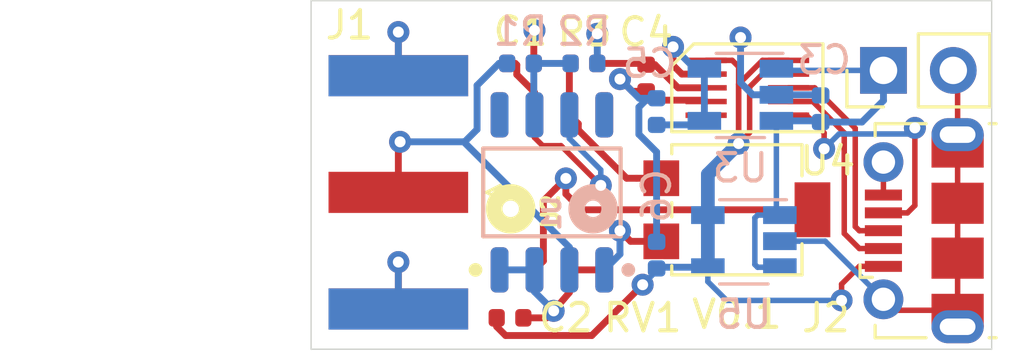
<source format=kicad_pcb>
(kicad_pcb (version 20171130) (host pcbnew 5.1.5-52549c5~84~ubuntu18.04.1)

  (general
    (thickness 1.6)
    (drawings 5)
    (tracks 190)
    (zones 0)
    (modules 18)
    (nets 13)
  )

  (page A4)
  (layers
    (0 F.Cu signal)
    (1 gnd power hide)
    (2 v33 power)
    (31 B.Cu signal)
    (32 B.Adhes user)
    (33 F.Adhes user hide)
    (34 B.Paste user hide)
    (35 F.Paste user hide)
    (36 B.SilkS user)
    (37 F.SilkS user)
    (38 B.Mask user hide)
    (39 F.Mask user hide)
    (40 Dwgs.User user hide)
    (41 Cmts.User user hide)
    (42 Eco1.User user hide)
    (43 Eco2.User user hide)
    (44 Edge.Cuts user)
    (45 Margin user hide)
    (46 B.CrtYd user hide)
    (47 F.CrtYd user hide)
    (48 B.Fab user hide)
    (49 F.Fab user hide)
  )

  (setup
    (last_trace_width 0.5)
    (user_trace_width 0.2)
    (user_trace_width 0.5)
    (trace_clearance 0.2)
    (zone_clearance 0.254)
    (zone_45_only no)
    (trace_min 0.2)
    (via_size 0.8)
    (via_drill 0.4)
    (via_min_size 0.4)
    (via_min_drill 0.3)
    (user_via 1 0.4)
    (uvia_size 0.3)
    (uvia_drill 0.1)
    (uvias_allowed no)
    (uvia_min_size 0.2)
    (uvia_min_drill 0.1)
    (edge_width 0.05)
    (segment_width 0.2)
    (pcb_text_width 0.3)
    (pcb_text_size 1.5 1.5)
    (mod_edge_width 0.12)
    (mod_text_size 1 1)
    (mod_text_width 0.15)
    (pad_size 1.524 1.524)
    (pad_drill 0.762)
    (pad_to_mask_clearance 0.051)
    (solder_mask_min_width 0.25)
    (aux_axis_origin 0 0)
    (visible_elements FFFFFF7F)
    (pcbplotparams
      (layerselection 0x010fc_ffffffff)
      (usegerberextensions false)
      (usegerberattributes false)
      (usegerberadvancedattributes false)
      (creategerberjobfile false)
      (excludeedgelayer true)
      (linewidth 0.100000)
      (plotframeref false)
      (viasonmask false)
      (mode 1)
      (useauxorigin false)
      (hpglpennumber 1)
      (hpglpenspeed 20)
      (hpglpendiameter 15.000000)
      (psnegative false)
      (psa4output false)
      (plotreference true)
      (plotvalue true)
      (plotinvisibletext false)
      (padsonsilk false)
      (subtractmaskfromsilk false)
      (outputformat 1)
      (mirror false)
      (drillshape 1)
      (scaleselection 1)
      (outputdirectory ""))
  )

  (net 0 "")
  (net 1 GND)
  (net 2 +3V3)
  (net 3 +5V)
  (net 4 "Net-(C4-Pad1)")
  (net 5 +1V8)
  (net 6 "Net-(J1-Pad1)")
  (net 7 "Net-(J2-Pad3)")
  (net 8 "Net-(J2-Pad4)")
  (net 9 "Net-(J2-Pad2)")
  (net 10 "Net-(R1-Pad1)")
  (net 11 "Net-(R3-Pad2)")
  (net 12 "Net-(R2-Pad1)")

  (net_class Default "This is the default net class."
    (clearance 0.2)
    (trace_width 0.25)
    (via_dia 0.8)
    (via_drill 0.4)
    (uvia_dia 0.3)
    (uvia_drill 0.1)
    (add_net +1V8)
    (add_net +3V3)
    (add_net +5V)
    (add_net GND)
    (add_net "Net-(C4-Pad1)")
    (add_net "Net-(J1-Pad1)")
    (add_net "Net-(J2-Pad2)")
    (add_net "Net-(J2-Pad3)")
    (add_net "Net-(J2-Pad4)")
    (add_net "Net-(R1-Pad1)")
    (add_net "Net-(R2-Pad1)")
    (add_net "Net-(R3-Pad2)")
    (add_net "Net-(RV1-Pad3)")
    (add_net "Net-(U1-Pad1)")
    (add_net "Net-(U1-Pad5)")
    (add_net "Net-(U1-Pad8)")
    (add_net "Net-(U2-Pad1)")
    (add_net "Net-(U2-Pad5)")
    (add_net "Net-(U2-Pad8)")
    (add_net "Net-(U4-Pad5)")
  )

  (module Resistor_SMD:R_0402_1005Metric (layer B.Cu) (tedit 5B301BBD) (tstamp 5F42871A)
    (at 124.864 79.121 180)
    (descr "Resistor SMD 0402 (1005 Metric), square (rectangular) end terminal, IPC_7351 nominal, (Body size source: http://www.tortai-tech.com/upload/download/2011102023233369053.pdf), generated with kicad-footprint-generator")
    (tags resistor)
    (path /5F5153F4)
    (attr smd)
    (fp_text reference R2 (at 0 1.17 180) (layer B.SilkS)
      (effects (font (size 1 1) (thickness 0.15)) (justify mirror))
    )
    (fp_text value 100 (at 0 -1.17 180) (layer B.Fab)
      (effects (font (size 1 1) (thickness 0.15)) (justify mirror))
    )
    (fp_text user %R (at 0 0 180) (layer B.Fab)
      (effects (font (size 0.25 0.25) (thickness 0.04)) (justify mirror))
    )
    (fp_line (start 0.93 -0.47) (end -0.93 -0.47) (layer B.CrtYd) (width 0.05))
    (fp_line (start 0.93 0.47) (end 0.93 -0.47) (layer B.CrtYd) (width 0.05))
    (fp_line (start -0.93 0.47) (end 0.93 0.47) (layer B.CrtYd) (width 0.05))
    (fp_line (start -0.93 -0.47) (end -0.93 0.47) (layer B.CrtYd) (width 0.05))
    (fp_line (start 0.5 -0.25) (end -0.5 -0.25) (layer B.Fab) (width 0.1))
    (fp_line (start 0.5 0.25) (end 0.5 -0.25) (layer B.Fab) (width 0.1))
    (fp_line (start -0.5 0.25) (end 0.5 0.25) (layer B.Fab) (width 0.1))
    (fp_line (start -0.5 -0.25) (end -0.5 0.25) (layer B.Fab) (width 0.1))
    (pad 2 smd roundrect (at 0.485 0 180) (size 0.59 0.64) (layers B.Cu B.Paste B.Mask) (roundrect_rratio 0.25)
      (net 10 "Net-(R1-Pad1)"))
    (pad 1 smd roundrect (at -0.485 0 180) (size 0.59 0.64) (layers B.Cu B.Paste B.Mask) (roundrect_rratio 0.25)
      (net 12 "Net-(R2-Pad1)"))
    (model ${KISYS3DMOD}/Resistor_SMD.3dshapes/R_0402_1005Metric.wrl
      (at (xyz 0 0 0))
      (scale (xyz 1 1 1))
      (rotate (xyz 0 0 0))
    )
  )

  (module analogfrontend:MCP33131 (layer F.Cu) (tedit 0) (tstamp 5F424723)
    (at 130.81 80.01 270)
    (path /5F462DFD)
    (attr smd)
    (fp_text reference U4 (at 2.667 -2.921) (layer F.SilkS)
      (effects (font (size 1 1) (thickness 0.15)))
    )
    (fp_text value MCP33131 (at 0 0 90) (layer F.Fab)
      (effects (font (size 1 1) (thickness 0.15)))
    )
    (fp_line (start -1.35 2.5) (end -1.35 -2.5) (layer F.CrtYd) (width 0.05))
    (fp_line (start 1.35 2.5) (end -1.35 2.5) (layer F.CrtYd) (width 0.05))
    (fp_line (start 1.35 -2.5) (end 1.35 2.5) (layer F.CrtYd) (width 0.05))
    (fp_line (start -1.35 -2.5) (end 1.35 -2.5) (layer F.CrtYd) (width 0.05))
    (fp_line (start 1.6 2.75) (end -0.8 2.75) (layer F.SilkS) (width 0.12))
    (fp_line (start 1.6 -2.75) (end 1.6 2.75) (layer F.SilkS) (width 0.12))
    (fp_line (start -1.6 -2.75) (end 1.6 -2.75) (layer F.SilkS) (width 0.12))
    (fp_line (start -1.6 1.95) (end -1.6 -2.75) (layer F.SilkS) (width 0.12))
    (fp_line (start -0.8 2.75) (end -1.6 1.95) (layer F.SilkS) (width 0.12))
    (pad 5 smd rect (at 1 1.5 270) (size 0.2 1.5) (layers F.Cu F.Paste F.Mask))
    (pad 6 smd rect (at 1 -1.5 270) (size 0.2 1.5) (layers F.Cu F.Paste F.Mask)
      (net 8 "Net-(J2-Pad4)"))
    (pad 4 smd rect (at 0.5 1.5 270) (size 0.2 1.5) (layers F.Cu F.Paste F.Mask)
      (net 1 GND))
    (pad 7 smd rect (at 0.5 -1.5 270) (size 0.2 1.5) (layers F.Cu F.Paste F.Mask)
      (net 9 "Net-(J2-Pad2)"))
    (pad 3 smd rect (at 0 1.5 270) (size 0.2 1.5) (layers F.Cu F.Paste F.Mask)
      (net 4 "Net-(C4-Pad1)"))
    (pad 8 smd rect (at 0 -1.5 270) (size 0.2 1.5) (layers F.Cu F.Paste F.Mask)
      (net 7 "Net-(J2-Pad3)"))
    (pad 2 smd rect (at -0.5 1.5 270) (size 0.2 1.5) (layers F.Cu F.Paste F.Mask)
      (net 5 +1V8))
    (pad 9 smd rect (at -0.5 -1.5 270) (size 0.2 1.5) (layers F.Cu F.Paste F.Mask)
      (net 2 +3V3))
    (pad 1 smd rect (at -1 1.5 270) (size 0.2 1.5) (layers F.Cu F.Paste F.Mask)
      (net 2 +3V3))
    (pad 10 smd rect (at -1 -1.5 270) (size 0.2 1.5) (layers F.Cu F.Paste F.Mask)
      (net 2 +3V3))
  )

  (module Connector_PinHeader_2.54mm:PinHeader_1x02_P2.54mm_Vertical (layer F.Cu) (tedit 59FED5CC) (tstamp 5F426499)
    (at 135.763 79.375 90)
    (descr "Through hole straight pin header, 1x02, 2.54mm pitch, single row")
    (tags "Through hole pin header THT 1x02 2.54mm single row")
    (path /5F4E8C70)
    (fp_text reference J3 (at 2.032 0 180) (layer Dwgs.User)
      (effects (font (size 1 1) (thickness 0.15)))
    )
    (fp_text value Conn_01x02_Male (at 0 4.87 90) (layer F.Fab)
      (effects (font (size 1 1) (thickness 0.15)))
    )
    (fp_text user %R (at 0 1.27) (layer F.Fab)
      (effects (font (size 1 1) (thickness 0.15)))
    )
    (fp_line (start 1.8 -1.8) (end -1.8 -1.8) (layer F.CrtYd) (width 0.05))
    (fp_line (start 1.8 4.35) (end 1.8 -1.8) (layer F.CrtYd) (width 0.05))
    (fp_line (start -1.8 4.35) (end 1.8 4.35) (layer F.CrtYd) (width 0.05))
    (fp_line (start -1.8 -1.8) (end -1.8 4.35) (layer F.CrtYd) (width 0.05))
    (fp_line (start -1.33 -1.33) (end 0 -1.33) (layer F.SilkS) (width 0.12))
    (fp_line (start -1.33 0) (end -1.33 -1.33) (layer F.SilkS) (width 0.12))
    (fp_line (start -1.33 1.27) (end 1.33 1.27) (layer F.SilkS) (width 0.12))
    (fp_line (start 1.33 1.27) (end 1.33 3.87) (layer F.SilkS) (width 0.12))
    (fp_line (start -1.33 1.27) (end -1.33 3.87) (layer F.SilkS) (width 0.12))
    (fp_line (start -1.33 3.87) (end 1.33 3.87) (layer F.SilkS) (width 0.12))
    (fp_line (start -1.27 -0.635) (end -0.635 -1.27) (layer F.Fab) (width 0.1))
    (fp_line (start -1.27 3.81) (end -1.27 -0.635) (layer F.Fab) (width 0.1))
    (fp_line (start 1.27 3.81) (end -1.27 3.81) (layer F.Fab) (width 0.1))
    (fp_line (start 1.27 -1.27) (end 1.27 3.81) (layer F.Fab) (width 0.1))
    (fp_line (start -0.635 -1.27) (end 1.27 -1.27) (layer F.Fab) (width 0.1))
    (pad 2 thru_hole oval (at 0 2.54 90) (size 1.7 1.7) (drill 1) (layers *.Cu *.Mask)
      (net 1 GND))
    (pad 1 thru_hole rect (at 0 0 90) (size 1.7 1.7) (drill 1) (layers *.Cu *.Mask)
      (net 3 +5V))
    (model ${KISYS3DMOD}/Connector_PinHeader_2.54mm.3dshapes/PinHeader_1x02_P2.54mm_Vertical.wrl
      (at (xyz 0 0 0))
      (scale (xyz 1 1 1))
      (rotate (xyz 0 0 0))
    )
  )

  (module Package_TO_SOT_SMD:TSOT-23-5 (layer B.Cu) (tedit 5A02FF57) (tstamp 5F424738)
    (at 130.683 85.598 180)
    (descr "5-pin TSOT23 package, http://cds.linear.com/docs/en/packaging/SOT_5_05-08-1635.pdf")
    (tags TSOT-23-5)
    (path /5F465C42)
    (attr smd)
    (fp_text reference U5 (at 0 -2.667) (layer B.SilkS)
      (effects (font (size 1 1) (thickness 0.15)) (justify mirror))
    )
    (fp_text value ADP7142AUJZ-3.3 (at 0 -2.5) (layer B.Fab)
      (effects (font (size 1 1) (thickness 0.15)) (justify mirror))
    )
    (fp_line (start 2.17 -1.7) (end -2.17 -1.7) (layer B.CrtYd) (width 0.05))
    (fp_line (start 2.17 -1.7) (end 2.17 1.7) (layer B.CrtYd) (width 0.05))
    (fp_line (start -2.17 1.7) (end -2.17 -1.7) (layer B.CrtYd) (width 0.05))
    (fp_line (start -2.17 1.7) (end 2.17 1.7) (layer B.CrtYd) (width 0.05))
    (fp_line (start 0.88 1.45) (end 0.88 -1.45) (layer B.Fab) (width 0.1))
    (fp_line (start 0.88 -1.45) (end -0.88 -1.45) (layer B.Fab) (width 0.1))
    (fp_line (start -0.88 1) (end -0.88 -1.45) (layer B.Fab) (width 0.1))
    (fp_line (start 0.88 1.45) (end -0.43 1.45) (layer B.Fab) (width 0.1))
    (fp_line (start -0.88 1) (end -0.43 1.45) (layer B.Fab) (width 0.1))
    (fp_line (start 0.88 1.51) (end -1.55 1.51) (layer B.SilkS) (width 0.12))
    (fp_line (start -0.88 -1.56) (end 0.88 -1.56) (layer B.SilkS) (width 0.12))
    (fp_text user %R (at 0 0 270) (layer B.Fab)
      (effects (font (size 0.5 0.5) (thickness 0.075)) (justify mirror))
    )
    (pad 5 smd rect (at 1.31 0.95 180) (size 1.22 0.65) (layers B.Cu B.Paste B.Mask)
      (net 2 +3V3))
    (pad 4 smd rect (at 1.31 -0.95 180) (size 1.22 0.65) (layers B.Cu B.Paste B.Mask)
      (net 2 +3V3))
    (pad 3 smd rect (at -1.31 -0.95 180) (size 1.22 0.65) (layers B.Cu B.Paste B.Mask)
      (net 3 +5V))
    (pad 2 smd rect (at -1.31 0 180) (size 1.22 0.65) (layers B.Cu B.Paste B.Mask)
      (net 1 GND))
    (pad 1 smd rect (at -1.31 0.95 180) (size 1.22 0.65) (layers B.Cu B.Paste B.Mask)
      (net 3 +5V))
    (model ${KISYS3DMOD}/Package_TO_SOT_SMD.3dshapes/TSOT-23-5.wrl
      (at (xyz 0 0 0))
      (scale (xyz 1 1 1))
      (rotate (xyz 0 0 0))
    )
  )

  (module Package_TO_SOT_SMD:TSOT-23-5 (layer B.Cu) (tedit 5A02FF57) (tstamp 5F42470C)
    (at 130.556 80.264 180)
    (descr "5-pin TSOT23 package, http://cds.linear.com/docs/en/packaging/SOT_5_05-08-1635.pdf")
    (tags TSOT-23-5)
    (path /5F464C94)
    (attr smd)
    (fp_text reference U3 (at 0 -2.667) (layer B.SilkS)
      (effects (font (size 1 1) (thickness 0.15)) (justify mirror))
    )
    (fp_text value ADP7142AUJZ-1.8 (at 0 -2.5) (layer B.Fab)
      (effects (font (size 1 1) (thickness 0.15)) (justify mirror))
    )
    (fp_line (start 2.17 -1.7) (end -2.17 -1.7) (layer B.CrtYd) (width 0.05))
    (fp_line (start 2.17 -1.7) (end 2.17 1.7) (layer B.CrtYd) (width 0.05))
    (fp_line (start -2.17 1.7) (end -2.17 -1.7) (layer B.CrtYd) (width 0.05))
    (fp_line (start -2.17 1.7) (end 2.17 1.7) (layer B.CrtYd) (width 0.05))
    (fp_line (start 0.88 1.45) (end 0.88 -1.45) (layer B.Fab) (width 0.1))
    (fp_line (start 0.88 -1.45) (end -0.88 -1.45) (layer B.Fab) (width 0.1))
    (fp_line (start -0.88 1) (end -0.88 -1.45) (layer B.Fab) (width 0.1))
    (fp_line (start 0.88 1.45) (end -0.43 1.45) (layer B.Fab) (width 0.1))
    (fp_line (start -0.88 1) (end -0.43 1.45) (layer B.Fab) (width 0.1))
    (fp_line (start 0.88 1.51) (end -1.55 1.51) (layer B.SilkS) (width 0.12))
    (fp_line (start -0.88 -1.56) (end 0.88 -1.56) (layer B.SilkS) (width 0.12))
    (fp_text user %R (at 0 0 270) (layer B.Fab)
      (effects (font (size 0.5 0.5) (thickness 0.075)) (justify mirror))
    )
    (pad 5 smd rect (at 1.31 0.95 180) (size 1.22 0.65) (layers B.Cu B.Paste B.Mask)
      (net 5 +1V8))
    (pad 4 smd rect (at 1.31 -0.95 180) (size 1.22 0.65) (layers B.Cu B.Paste B.Mask)
      (net 5 +1V8))
    (pad 3 smd rect (at -1.31 -0.95 180) (size 1.22 0.65) (layers B.Cu B.Paste B.Mask)
      (net 3 +5V))
    (pad 2 smd rect (at -1.31 0 180) (size 1.22 0.65) (layers B.Cu B.Paste B.Mask)
      (net 1 GND))
    (pad 1 smd rect (at -1.31 0.95 180) (size 1.22 0.65) (layers B.Cu B.Paste B.Mask)
      (net 3 +5V))
    (model ${KISYS3DMOD}/Package_TO_SOT_SMD.3dshapes/TSOT-23-5.wrl
      (at (xyz 0 0 0))
      (scale (xyz 1 1 1))
      (rotate (xyz 0 0 0))
    )
  )

  (module opamp:Texas_Instruments-OPA124UA-Level_A (layer F.Cu) (tedit 5EF20CE4) (tstamp 5F4246F7)
    (at 123.698 83.82 90)
    (path /5F422E2A)
    (fp_text reference U2 (at -1.397 -0.045999 90) (layer F.SilkS)
      (effects (font (size 0.599999 0.599999) (thickness 0.15)) (justify left))
    )
    (fp_text value OPA124UA (at -4.953 2.286 180) (layer Dwgs.User)
      (effects (font (size 1.27 1.27) (thickness 0.15)))
    )
    (fp_line (start 4.074998 2.924999) (end 4.074998 -2.924999) (layer F.CrtYd) (width 0.15))
    (fp_line (start -4.075002 2.924999) (end 4.074998 2.924999) (layer F.CrtYd) (width 0.15))
    (fp_line (start -4.075002 -2.924999) (end -4.075002 2.924999) (layer F.CrtYd) (width 0.15))
    (fp_line (start 4.074998 -2.924999) (end -4.075002 -2.924999) (layer F.CrtYd) (width 0.15))
    (fp_line (start 4.074998 -2.924999) (end 4.074998 -2.924999) (layer F.CrtYd) (width 0.15))
    (fp_line (start -2.000001 2.5) (end 1.999999 2.5) (layer F.Fab) (width 0.1))
    (fp_line (start -2.000001 -2.5) (end 1.999999 -2.5) (layer F.Fab) (width 0.1))
    (fp_line (start 1.999999 2.5) (end 1.999999 -2.5) (layer F.Fab) (width 0.1))
    (fp_line (start -2.000001 2.5) (end -2.000001 -2.5) (layer F.Fab) (width 0.1))
    (fp_line (start -1.600002 2.5) (end 1.599999 2.5) (layer F.SilkS) (width 0.15))
    (fp_line (start -1.600002 -2.5) (end 1.599999 -2.5) (layer F.SilkS) (width 0.15))
    (fp_line (start 1.599999 2.5) (end 1.599999 -2.5) (layer F.SilkS) (width 0.15))
    (fp_line (start -1.600002 2.5) (end -1.600002 -2.5) (layer F.SilkS) (width 0.15))
    (fp_circle (center -1.1 -1.599999) (end -0.600001 -1.599999) (layer F.Fab) (width 0.1))
    (fp_circle (center -0.600001 -1.5) (end -0.300002 -1.5) (layer F.SilkS) (width 0.599999))
    (fp_circle (center -2.825001 -2.78) (end -2.7 -2.78) (layer F.SilkS) (width 0.249999))
    (pad 5 smd roundrect (at 2.824998 1.905) (size 0.650001 1.649999) (layers F.Cu F.Paste F.Mask) (roundrect_rratio 0.2999995385))
    (pad 6 smd roundrect (at 2.824998 0.635) (size 0.650001 1.649999) (layers F.Cu F.Paste F.Mask) (roundrect_rratio 0.2999995385)
      (net 11 "Net-(R3-Pad2)"))
    (pad 7 smd roundrect (at 2.824998 -0.635) (size 0.650001 1.649999) (layers F.Cu F.Paste F.Mask) (roundrect_rratio 0.2999995385)
      (net 2 +3V3))
    (pad 8 smd roundrect (at 2.824998 -1.905) (size 0.650001 1.649999) (layers F.Cu F.Paste F.Mask) (roundrect_rratio 0.2999995385))
    (pad 4 smd roundrect (at -2.825001 1.905) (size 0.650001 1.649999) (layers F.Cu F.Paste F.Mask) (roundrect_rratio 0.2999995385)
      (net 1 GND))
    (pad 3 smd roundrect (at -2.825001 0.635) (size 0.650001 1.649999) (layers F.Cu F.Paste F.Mask) (roundrect_rratio 0.2999995385)
      (net 1 GND))
    (pad 2 smd roundrect (at -2.825001 -0.635) (size 0.650001 1.649999) (layers F.Cu F.Paste F.Mask) (roundrect_rratio 0.2999995385)
      (net 12 "Net-(R2-Pad1)"))
    (pad 1 smd roundrect (at -2.825001 -1.905) (size 0.650001 1.649999) (layers F.Cu F.Paste F.Mask) (roundrect_rratio 0.2999995385))
  )

  (module opamp:Texas_Instruments-OPA124UA-Level_A (layer B.Cu) (tedit 5EF20CE4) (tstamp 5F4246DB)
    (at 123.698 83.82 90)
    (path /5F419CC2)
    (fp_text reference U1 (at -0.0635 0 270) (layer B.SilkS)
      (effects (font (size 0.599999 0.599999) (thickness 0.15)) (justify left mirror))
    )
    (fp_text value OPA124UA (at -4.953 2.413) (layer Dwgs.User)
      (effects (font (size 1.27 1.27) (thickness 0.15)) (justify mirror))
    )
    (fp_line (start 4.074998 -2.924999) (end 4.074998 2.924999) (layer B.CrtYd) (width 0.15))
    (fp_line (start -4.075002 -2.924999) (end 4.074998 -2.924999) (layer B.CrtYd) (width 0.15))
    (fp_line (start -4.075002 2.924999) (end -4.075002 -2.924999) (layer B.CrtYd) (width 0.15))
    (fp_line (start 4.074998 2.924999) (end -4.075002 2.924999) (layer B.CrtYd) (width 0.15))
    (fp_line (start 4.074998 2.924999) (end 4.074998 2.924999) (layer B.CrtYd) (width 0.15))
    (fp_line (start -2.000001 -2.5) (end 1.999999 -2.5) (layer B.Fab) (width 0.1))
    (fp_line (start -2.000001 2.5) (end 1.999999 2.5) (layer B.Fab) (width 0.1))
    (fp_line (start 1.999999 -2.5) (end 1.999999 2.5) (layer B.Fab) (width 0.1))
    (fp_line (start -2.000001 -2.5) (end -2.000001 2.5) (layer B.Fab) (width 0.1))
    (fp_line (start -1.600002 -2.5) (end 1.599999 -2.5) (layer B.SilkS) (width 0.15))
    (fp_line (start -1.600002 2.5) (end 1.599999 2.5) (layer B.SilkS) (width 0.15))
    (fp_line (start 1.599999 -2.5) (end 1.599999 2.5) (layer B.SilkS) (width 0.15))
    (fp_line (start -1.600002 -2.5) (end -1.600002 2.5) (layer B.SilkS) (width 0.15))
    (fp_circle (center -1.1 1.599999) (end -0.600001 1.599999) (layer B.Fab) (width 0.1))
    (fp_circle (center -0.600001 1.5) (end -0.300002 1.5) (layer B.SilkS) (width 0.599999))
    (fp_circle (center -2.825001 2.78) (end -2.7 2.78) (layer B.SilkS) (width 0.249999))
    (pad 5 smd roundrect (at 2.824998 -1.905 180) (size 0.650001 1.649999) (layers B.Cu B.Paste B.Mask) (roundrect_rratio 0.2999995385))
    (pad 6 smd roundrect (at 2.824998 -0.635 180) (size 0.650001 1.649999) (layers B.Cu B.Paste B.Mask) (roundrect_rratio 0.2999995385)
      (net 10 "Net-(R1-Pad1)"))
    (pad 7 smd roundrect (at 2.824998 0.635 180) (size 0.650001 1.649999) (layers B.Cu B.Paste B.Mask) (roundrect_rratio 0.2999995385)
      (net 2 +3V3))
    (pad 8 smd roundrect (at 2.824998 1.905 180) (size 0.650001 1.649999) (layers B.Cu B.Paste B.Mask) (roundrect_rratio 0.2999995385))
    (pad 4 smd roundrect (at -2.825001 -1.905 180) (size 0.650001 1.649999) (layers B.Cu B.Paste B.Mask) (roundrect_rratio 0.2999995385)
      (net 1 GND))
    (pad 3 smd roundrect (at -2.825001 -0.635 180) (size 0.650001 1.649999) (layers B.Cu B.Paste B.Mask) (roundrect_rratio 0.2999995385)
      (net 1 GND))
    (pad 2 smd roundrect (at -2.825001 0.635 180) (size 0.650001 1.649999) (layers B.Cu B.Paste B.Mask) (roundrect_rratio 0.2999995385)
      (net 6 "Net-(J1-Pad1)"))
    (pad 1 smd roundrect (at -2.825001 1.905 180) (size 0.650001 1.649999) (layers B.Cu B.Paste B.Mask) (roundrect_rratio 0.2999995385))
  )

  (module Potentiometer_SMD:Potentiometer_Bourns_3314G_Vertical (layer F.Cu) (tedit 5A81E1D7) (tstamp 5F4246BF)
    (at 130.429 84.455 90)
    (descr "Potentiometer, vertical, Bourns 3314G, http://www.bourns.com/docs/Product-Datasheets/3314.pdf")
    (tags "Potentiometer vertical Bourns 3314G")
    (path /5F42471D)
    (attr smd)
    (fp_text reference RV1 (at -3.937 -3.429 180) (layer F.SilkS)
      (effects (font (size 1 1) (thickness 0.15)))
    )
    (fp_text value 10k (at 0 4.65 90) (layer F.Fab)
      (effects (font (size 1 1) (thickness 0.15)))
    )
    (fp_text user %R (at 0 -1.7 90) (layer F.Fab)
      (effects (font (size 0.63 0.63) (thickness 0.15)))
    )
    (fp_line (start 2.5 -3.65) (end -2.5 -3.65) (layer F.CrtYd) (width 0.05))
    (fp_line (start 2.5 3.65) (end 2.5 -3.65) (layer F.CrtYd) (width 0.05))
    (fp_line (start -2.5 3.65) (end 2.5 3.65) (layer F.CrtYd) (width 0.05))
    (fp_line (start -2.5 -3.65) (end -2.5 3.65) (layer F.CrtYd) (width 0.05))
    (fp_line (start 2.37 -2.37) (end 2.37 2.37) (layer F.SilkS) (width 0.12))
    (fp_line (start -2.37 -2.37) (end -2.37 2.37) (layer F.SilkS) (width 0.12))
    (fp_line (start 1.24 2.37) (end 2.37 2.37) (layer F.SilkS) (width 0.12))
    (fp_line (start -2.37 2.37) (end -1.24 2.37) (layer F.SilkS) (width 0.12))
    (fp_line (start -0.259 -2.37) (end 0.26 -2.37) (layer F.SilkS) (width 0.12))
    (fp_line (start -2.37 -2.37) (end -2.039 -2.37) (layer F.SilkS) (width 0.12))
    (fp_line (start 2.04 -2.37) (end 2.37 -2.37) (layer F.SilkS) (width 0.12))
    (fp_line (start 0 0.99) (end 0.001 -0.989) (layer F.Fab) (width 0.1))
    (fp_line (start 0 0.99) (end 0.001 -0.989) (layer F.Fab) (width 0.1))
    (fp_line (start 2.25 -2.25) (end -2.25 -2.25) (layer F.Fab) (width 0.1))
    (fp_line (start 2.25 2.25) (end 2.25 -2.25) (layer F.Fab) (width 0.1))
    (fp_line (start -2.25 2.25) (end 2.25 2.25) (layer F.Fab) (width 0.1))
    (fp_line (start -2.25 -2.25) (end -2.25 2.25) (layer F.Fab) (width 0.1))
    (fp_circle (center 0 0) (end 1 0) (layer F.Fab) (width 0.1))
    (pad 3 smd rect (at -1.15 -2.75 90) (size 1.3 1.3) (layers F.Cu F.Paste F.Mask))
    (pad 2 smd rect (at 0 2.75 90) (size 2 1.3) (layers F.Cu F.Paste F.Mask)
      (net 12 "Net-(R2-Pad1)"))
    (pad 1 smd rect (at 1.15 -2.75 90) (size 1.3 1.3) (layers F.Cu F.Paste F.Mask)
      (net 11 "Net-(R3-Pad2)"))
    (model ${KISYS3DMOD}/Potentiometer_SMD.3dshapes/Potentiometer_Bourns_3314G_Vertical.wrl
      (at (xyz 0 0 0))
      (scale (xyz 1 1 1))
      (rotate (xyz 0 0 0))
    )
  )

  (module Resistor_SMD:R_0402_1005Metric (layer F.Cu) (tedit 5B301BBD) (tstamp 5F4246A5)
    (at 124.864 79.121 180)
    (descr "Resistor SMD 0402 (1005 Metric), square (rectangular) end terminal, IPC_7351 nominal, (Body size source: http://www.tortai-tech.com/upload/download/2011102023233369053.pdf), generated with kicad-footprint-generator")
    (tags resistor)
    (path /5F44B106)
    (attr smd)
    (fp_text reference R3 (at -0.023 1.143) (layer F.SilkS)
      (effects (font (size 1 1) (thickness 0.15)))
    )
    (fp_text value 22 (at 0 1.17) (layer F.Fab)
      (effects (font (size 1 1) (thickness 0.15)))
    )
    (fp_text user %R (at 0 0) (layer F.Fab)
      (effects (font (size 0.25 0.25) (thickness 0.04)))
    )
    (fp_line (start 0.93 0.47) (end -0.93 0.47) (layer F.CrtYd) (width 0.05))
    (fp_line (start 0.93 -0.47) (end 0.93 0.47) (layer F.CrtYd) (width 0.05))
    (fp_line (start -0.93 -0.47) (end 0.93 -0.47) (layer F.CrtYd) (width 0.05))
    (fp_line (start -0.93 0.47) (end -0.93 -0.47) (layer F.CrtYd) (width 0.05))
    (fp_line (start 0.5 0.25) (end -0.5 0.25) (layer F.Fab) (width 0.1))
    (fp_line (start 0.5 -0.25) (end 0.5 0.25) (layer F.Fab) (width 0.1))
    (fp_line (start -0.5 -0.25) (end 0.5 -0.25) (layer F.Fab) (width 0.1))
    (fp_line (start -0.5 0.25) (end -0.5 -0.25) (layer F.Fab) (width 0.1))
    (pad 2 smd roundrect (at 0.485 0 180) (size 0.59 0.64) (layers F.Cu F.Paste F.Mask) (roundrect_rratio 0.25)
      (net 11 "Net-(R3-Pad2)"))
    (pad 1 smd roundrect (at -0.485 0 180) (size 0.59 0.64) (layers F.Cu F.Paste F.Mask) (roundrect_rratio 0.25)
      (net 4 "Net-(C4-Pad1)"))
    (model ${KISYS3DMOD}/Resistor_SMD.3dshapes/R_0402_1005Metric.wrl
      (at (xyz 0 0 0))
      (scale (xyz 1 1 1))
      (rotate (xyz 0 0 0))
    )
  )

  (module Resistor_SMD:R_0402_1005Metric (layer B.Cu) (tedit 5B301BBD) (tstamp 5F424696)
    (at 122.555 79.121 180)
    (descr "Resistor SMD 0402 (1005 Metric), square (rectangular) end terminal, IPC_7351 nominal, (Body size source: http://www.tortai-tech.com/upload/download/2011102023233369053.pdf), generated with kicad-footprint-generator")
    (tags resistor)
    (path /5F41B056)
    (attr smd)
    (fp_text reference R1 (at 0 1.17) (layer B.SilkS)
      (effects (font (size 1 1) (thickness 0.15)) (justify mirror))
    )
    (fp_text value 1M (at 0 -1.17) (layer B.Fab)
      (effects (font (size 1 1) (thickness 0.15)) (justify mirror))
    )
    (fp_text user %R (at 0 0) (layer B.Fab)
      (effects (font (size 0.25 0.25) (thickness 0.04)) (justify mirror))
    )
    (fp_line (start 0.93 -0.47) (end -0.93 -0.47) (layer B.CrtYd) (width 0.05))
    (fp_line (start 0.93 0.47) (end 0.93 -0.47) (layer B.CrtYd) (width 0.05))
    (fp_line (start -0.93 0.47) (end 0.93 0.47) (layer B.CrtYd) (width 0.05))
    (fp_line (start -0.93 -0.47) (end -0.93 0.47) (layer B.CrtYd) (width 0.05))
    (fp_line (start 0.5 -0.25) (end -0.5 -0.25) (layer B.Fab) (width 0.1))
    (fp_line (start 0.5 0.25) (end 0.5 -0.25) (layer B.Fab) (width 0.1))
    (fp_line (start -0.5 0.25) (end 0.5 0.25) (layer B.Fab) (width 0.1))
    (fp_line (start -0.5 -0.25) (end -0.5 0.25) (layer B.Fab) (width 0.1))
    (pad 2 smd roundrect (at 0.485 0 180) (size 0.59 0.64) (layers B.Cu B.Paste B.Mask) (roundrect_rratio 0.25)
      (net 6 "Net-(J1-Pad1)"))
    (pad 1 smd roundrect (at -0.485 0 180) (size 0.59 0.64) (layers B.Cu B.Paste B.Mask) (roundrect_rratio 0.25)
      (net 10 "Net-(R1-Pad1)"))
    (model ${KISYS3DMOD}/Resistor_SMD.3dshapes/R_0402_1005Metric.wrl
      (at (xyz 0 0 0))
      (scale (xyz 1 1 1))
      (rotate (xyz 0 0 0))
    )
  )

  (module Connector_USB:USB_Micro-B_Molex-105017-0001 (layer F.Cu) (tedit 5A1DC0BE) (tstamp 5F424687)
    (at 137.2235 85.217 90)
    (descr http://www.molex.com/pdm_docs/sd/1050170001_sd.pdf)
    (tags "Micro-USB SMD Typ-B")
    (path /5F4A5F43)
    (attr smd)
    (fp_text reference J2 (at -3.175 -3.556 180) (layer F.SilkS)
      (effects (font (size 1 1) (thickness 0.15)))
    )
    (fp_text value USB_OTG (at 0.3 4.3375 90) (layer F.Fab)
      (effects (font (size 1 1) (thickness 0.15)))
    )
    (fp_line (start -1.1 -2.1225) (end -1.1 -1.9125) (layer F.Fab) (width 0.1))
    (fp_line (start -1.5 -2.1225) (end -1.5 -1.9125) (layer F.Fab) (width 0.1))
    (fp_line (start -1.5 -2.1225) (end -1.1 -2.1225) (layer F.Fab) (width 0.1))
    (fp_line (start -1.1 -1.9125) (end -1.3 -1.7125) (layer F.Fab) (width 0.1))
    (fp_line (start -1.3 -1.7125) (end -1.5 -1.9125) (layer F.Fab) (width 0.1))
    (fp_line (start -1.7 -2.3125) (end -1.7 -1.8625) (layer F.SilkS) (width 0.12))
    (fp_line (start -1.7 -2.3125) (end -1.25 -2.3125) (layer F.SilkS) (width 0.12))
    (fp_line (start 3.9 -1.7625) (end 3.45 -1.7625) (layer F.SilkS) (width 0.12))
    (fp_line (start 3.9 0.0875) (end 3.9 -1.7625) (layer F.SilkS) (width 0.12))
    (fp_line (start -3.9 2.6375) (end -3.9 2.3875) (layer F.SilkS) (width 0.12))
    (fp_line (start -3.75 3.3875) (end -3.75 -1.6125) (layer F.Fab) (width 0.1))
    (fp_line (start -3.75 -1.6125) (end 3.75 -1.6125) (layer F.Fab) (width 0.1))
    (fp_line (start -3.75 3.389204) (end 3.75 3.389204) (layer F.Fab) (width 0.1))
    (fp_line (start -3 2.689204) (end 3 2.689204) (layer F.Fab) (width 0.1))
    (fp_line (start 3.75 3.3875) (end 3.75 -1.6125) (layer F.Fab) (width 0.1))
    (fp_line (start 3.9 2.6375) (end 3.9 2.3875) (layer F.SilkS) (width 0.12))
    (fp_line (start -3.9 0.0875) (end -3.9 -1.7625) (layer F.SilkS) (width 0.12))
    (fp_line (start -3.9 -1.7625) (end -3.45 -1.7625) (layer F.SilkS) (width 0.12))
    (fp_line (start -4.4 3.64) (end -4.4 -2.46) (layer F.CrtYd) (width 0.05))
    (fp_line (start -4.4 -2.46) (end 4.4 -2.46) (layer F.CrtYd) (width 0.05))
    (fp_line (start 4.4 -2.46) (end 4.4 3.64) (layer F.CrtYd) (width 0.05))
    (fp_line (start -4.4 3.64) (end 4.4 3.64) (layer F.CrtYd) (width 0.05))
    (fp_text user %R (at 0 0.8875 90) (layer F.Fab)
      (effects (font (size 1 1) (thickness 0.15)))
    )
    (fp_text user "PCB Edge" (at 0 2.6875 90) (layer Dwgs.User)
      (effects (font (size 0.5 0.5) (thickness 0.08)))
    )
    (pad 6 smd rect (at -2.9 1.2375 90) (size 1.2 1.9) (layers F.Cu F.Mask)
      (net 1 GND))
    (pad 6 smd rect (at 2.9 1.2375 90) (size 1.2 1.9) (layers F.Cu F.Mask)
      (net 1 GND))
    (pad 6 thru_hole oval (at 3.5 1.2375 90) (size 1.2 1.9) (drill oval 0.6 1.3) (layers *.Cu *.Mask)
      (net 1 GND))
    (pad 6 thru_hole oval (at -3.5 1.2375 270) (size 1.2 1.9) (drill oval 0.6 1.3) (layers *.Cu *.Mask)
      (net 1 GND))
    (pad 6 smd rect (at -1 1.2375 90) (size 1.5 1.9) (layers F.Cu F.Paste F.Mask)
      (net 1 GND))
    (pad 6 thru_hole circle (at 2.5 -1.4625 90) (size 1.45 1.45) (drill 0.85) (layers *.Cu *.Mask)
      (net 1 GND))
    (pad 3 smd rect (at 0 -1.4625 90) (size 0.4 1.35) (layers F.Cu F.Paste F.Mask)
      (net 7 "Net-(J2-Pad3)"))
    (pad 4 smd rect (at 0.65 -1.4625 90) (size 0.4 1.35) (layers F.Cu F.Paste F.Mask)
      (net 8 "Net-(J2-Pad4)"))
    (pad 5 smd rect (at 1.3 -1.4625 90) (size 0.4 1.35) (layers F.Cu F.Paste F.Mask)
      (net 1 GND))
    (pad 1 smd rect (at -1.3 -1.4625 90) (size 0.4 1.35) (layers F.Cu F.Paste F.Mask)
      (net 2 +3V3))
    (pad 2 smd rect (at -0.65 -1.4625 90) (size 0.4 1.35) (layers F.Cu F.Paste F.Mask)
      (net 9 "Net-(J2-Pad2)"))
    (pad 6 thru_hole circle (at -2.5 -1.4625 90) (size 1.45 1.45) (drill 0.85) (layers *.Cu *.Mask)
      (net 1 GND))
    (pad 6 smd rect (at 1 1.2375 90) (size 1.5 1.9) (layers F.Cu F.Paste F.Mask)
      (net 1 GND))
    (model ${KISYS3DMOD}/Connector_USB.3dshapes/USB_Micro-B_Molex-105017-0001.wrl
      (at (xyz 0 0 0))
      (scale (xyz 1 1 1))
      (rotate (xyz 0 0 0))
    )
  )

  (module Connector_Coaxial:SMA_Amphenol_132289_EdgeMount (layer F.Cu) (tedit 5A1C1810) (tstamp 5F42465E)
    (at 118.11 83.82 180)
    (descr http://www.amphenolrf.com/132289.html)
    (tags SMA)
    (path /5F41A6CB)
    (attr smd)
    (fp_text reference J1 (at 1.778 6.096 180) (layer F.SilkS)
      (effects (font (size 1 1) (thickness 0.15)))
    )
    (fp_text value Conn_Coaxial (at 5 6) (layer F.Fab)
      (effects (font (size 1 1) (thickness 0.15)))
    )
    (fp_line (start -1.91 5.08) (end 4.445 5.08) (layer F.Fab) (width 0.1))
    (fp_line (start -1.91 3.81) (end -1.91 5.08) (layer F.Fab) (width 0.1))
    (fp_line (start 2.54 3.81) (end -1.91 3.81) (layer F.Fab) (width 0.1))
    (fp_line (start 2.54 -3.81) (end 2.54 3.81) (layer F.Fab) (width 0.1))
    (fp_line (start -1.91 -3.81) (end 2.54 -3.81) (layer F.Fab) (width 0.1))
    (fp_line (start -1.91 -5.08) (end -1.91 -3.81) (layer F.Fab) (width 0.1))
    (fp_line (start -1.91 -5.08) (end 4.445 -5.08) (layer F.Fab) (width 0.1))
    (fp_line (start 4.445 -3.81) (end 4.445 -5.08) (layer F.Fab) (width 0.1))
    (fp_line (start 4.445 5.08) (end 4.445 3.81) (layer F.Fab) (width 0.1))
    (fp_line (start 13.97 3.81) (end 4.445 3.81) (layer F.Fab) (width 0.1))
    (fp_line (start 13.97 -3.81) (end 13.97 3.81) (layer F.Fab) (width 0.1))
    (fp_line (start 4.445 -3.81) (end 13.97 -3.81) (layer F.Fab) (width 0.1))
    (fp_line (start -3.04 5.58) (end -3.04 -5.58) (layer B.CrtYd) (width 0.05))
    (fp_line (start 14.47 5.58) (end -3.04 5.58) (layer B.CrtYd) (width 0.05))
    (fp_line (start 14.47 -5.58) (end 14.47 5.58) (layer B.CrtYd) (width 0.05))
    (fp_line (start 14.47 -5.58) (end -3.04 -5.58) (layer B.CrtYd) (width 0.05))
    (fp_line (start -3.04 5.58) (end -3.04 -5.58) (layer F.CrtYd) (width 0.05))
    (fp_line (start 14.47 5.58) (end -3.04 5.58) (layer F.CrtYd) (width 0.05))
    (fp_line (start 14.47 -5.58) (end 14.47 5.58) (layer F.CrtYd) (width 0.05))
    (fp_line (start 14.47 -5.58) (end -3.04 -5.58) (layer F.CrtYd) (width 0.05))
    (fp_text user %R (at 4.79 0 270) (layer F.Fab)
      (effects (font (size 1 1) (thickness 0.15)))
    )
    (fp_line (start 2.54 -0.75) (end 3.54 0) (layer F.Fab) (width 0.1))
    (fp_line (start 3.54 0) (end 2.54 0.75) (layer F.Fab) (width 0.1))
    (fp_line (start -3.21 0) (end -3.71 -0.25) (layer F.SilkS) (width 0.12))
    (fp_line (start -3.71 -0.25) (end -3.71 0.25) (layer F.SilkS) (width 0.12))
    (fp_line (start -3.71 0.25) (end -3.21 0) (layer F.SilkS) (width 0.12))
    (pad 1 smd rect (at 0 0 270) (size 1.5 5.08) (layers F.Cu F.Paste F.Mask)
      (net 6 "Net-(J1-Pad1)"))
    (pad 2 smd rect (at 0 -4.25 270) (size 1.5 5.08) (layers F.Cu F.Paste F.Mask)
      (net 1 GND))
    (pad 2 smd rect (at 0 4.25 270) (size 1.5 5.08) (layers F.Cu F.Paste F.Mask)
      (net 1 GND))
    (pad 2 smd rect (at 0 -4.25 270) (size 1.5 5.08) (layers B.Cu B.Paste B.Mask)
      (net 1 GND))
    (pad 2 smd rect (at 0 4.25 270) (size 1.5 5.08) (layers B.Cu B.Paste B.Mask)
      (net 1 GND))
    (model ${KISYS3DMOD}/Connector_Coaxial.3dshapes/SMA_Amphenol_132289_EdgeMount.wrl
      (at (xyz 0 0 0))
      (scale (xyz 1 1 1))
      (rotate (xyz 0 0 0))
    )
  )

  (module Capacitor_SMD:C_0402_1005Metric (layer B.Cu) (tedit 5B301BBE) (tstamp 5F42463B)
    (at 127.508 86.106 90)
    (descr "Capacitor SMD 0402 (1005 Metric), square (rectangular) end terminal, IPC_7351 nominal, (Body size source: http://www.tortai-tech.com/upload/download/2011102023233369053.pdf), generated with kicad-footprint-generator")
    (tags capacitor)
    (path /5F483996)
    (attr smd)
    (fp_text reference C6 (at 2.159 0 90) (layer B.SilkS)
      (effects (font (size 1 1) (thickness 0.15)) (justify mirror))
    )
    (fp_text value 2.2uF (at 0 -1.17 90) (layer B.Fab)
      (effects (font (size 1 1) (thickness 0.15)) (justify mirror))
    )
    (fp_text user %R (at 0 0 90) (layer B.Fab)
      (effects (font (size 0.25 0.25) (thickness 0.04)) (justify mirror))
    )
    (fp_line (start 0.93 -0.47) (end -0.93 -0.47) (layer B.CrtYd) (width 0.05))
    (fp_line (start 0.93 0.47) (end 0.93 -0.47) (layer B.CrtYd) (width 0.05))
    (fp_line (start -0.93 0.47) (end 0.93 0.47) (layer B.CrtYd) (width 0.05))
    (fp_line (start -0.93 -0.47) (end -0.93 0.47) (layer B.CrtYd) (width 0.05))
    (fp_line (start 0.5 -0.25) (end -0.5 -0.25) (layer B.Fab) (width 0.1))
    (fp_line (start 0.5 0.25) (end 0.5 -0.25) (layer B.Fab) (width 0.1))
    (fp_line (start -0.5 0.25) (end 0.5 0.25) (layer B.Fab) (width 0.1))
    (fp_line (start -0.5 -0.25) (end -0.5 0.25) (layer B.Fab) (width 0.1))
    (pad 2 smd roundrect (at 0.485 0 90) (size 0.59 0.64) (layers B.Cu B.Paste B.Mask) (roundrect_rratio 0.25)
      (net 1 GND))
    (pad 1 smd roundrect (at -0.485 0 90) (size 0.59 0.64) (layers B.Cu B.Paste B.Mask) (roundrect_rratio 0.25)
      (net 2 +3V3))
    (model ${KISYS3DMOD}/Capacitor_SMD.3dshapes/C_0402_1005Metric.wrl
      (at (xyz 0 0 0))
      (scale (xyz 1 1 1))
      (rotate (xyz 0 0 0))
    )
  )

  (module Capacitor_SMD:C_0402_1005Metric (layer B.Cu) (tedit 5B301BBE) (tstamp 5F42462C)
    (at 127.508 80.876 90)
    (descr "Capacitor SMD 0402 (1005 Metric), square (rectangular) end terminal, IPC_7351 nominal, (Body size source: http://www.tortai-tech.com/upload/download/2011102023233369053.pdf), generated with kicad-footprint-generator")
    (tags capacitor)
    (path /5F47A35D)
    (attr smd)
    (fp_text reference C5 (at 1.755 -0.254 180) (layer B.SilkS)
      (effects (font (size 1 1) (thickness 0.15)) (justify mirror))
    )
    (fp_text value 2.2uF (at 0 -1.17 90) (layer B.Fab)
      (effects (font (size 1 1) (thickness 0.15)) (justify mirror))
    )
    (fp_text user %R (at 0 0 90) (layer B.Fab)
      (effects (font (size 0.25 0.25) (thickness 0.04)) (justify mirror))
    )
    (fp_line (start 0.93 -0.47) (end -0.93 -0.47) (layer B.CrtYd) (width 0.05))
    (fp_line (start 0.93 0.47) (end 0.93 -0.47) (layer B.CrtYd) (width 0.05))
    (fp_line (start -0.93 0.47) (end 0.93 0.47) (layer B.CrtYd) (width 0.05))
    (fp_line (start -0.93 -0.47) (end -0.93 0.47) (layer B.CrtYd) (width 0.05))
    (fp_line (start 0.5 -0.25) (end -0.5 -0.25) (layer B.Fab) (width 0.1))
    (fp_line (start 0.5 0.25) (end 0.5 -0.25) (layer B.Fab) (width 0.1))
    (fp_line (start -0.5 0.25) (end 0.5 0.25) (layer B.Fab) (width 0.1))
    (fp_line (start -0.5 -0.25) (end -0.5 0.25) (layer B.Fab) (width 0.1))
    (pad 2 smd roundrect (at 0.485 0 90) (size 0.59 0.64) (layers B.Cu B.Paste B.Mask) (roundrect_rratio 0.25)
      (net 1 GND))
    (pad 1 smd roundrect (at -0.485 0 90) (size 0.59 0.64) (layers B.Cu B.Paste B.Mask) (roundrect_rratio 0.25)
      (net 5 +1V8))
    (model ${KISYS3DMOD}/Capacitor_SMD.3dshapes/C_0402_1005Metric.wrl
      (at (xyz 0 0 0))
      (scale (xyz 1 1 1))
      (rotate (xyz 0 0 0))
    )
  )

  (module Capacitor_SMD:C_0402_1005Metric (layer F.Cu) (tedit 5B301BBE) (tstamp 5F42461D)
    (at 127.127 79.652 270)
    (descr "Capacitor SMD 0402 (1005 Metric), square (rectangular) end terminal, IPC_7351 nominal, (Body size source: http://www.tortai-tech.com/upload/download/2011102023233369053.pdf), generated with kicad-footprint-generator")
    (tags capacitor)
    (path /5F4950CE)
    (attr smd)
    (fp_text reference C4 (at -1.674 0 180) (layer F.SilkS)
      (effects (font (size 1 1) (thickness 0.15)))
    )
    (fp_text value 2nF (at 0 1.17 90) (layer F.Fab)
      (effects (font (size 1 1) (thickness 0.15)))
    )
    (fp_text user %R (at 0 0 90) (layer F.Fab)
      (effects (font (size 0.25 0.25) (thickness 0.04)))
    )
    (fp_line (start 0.93 0.47) (end -0.93 0.47) (layer F.CrtYd) (width 0.05))
    (fp_line (start 0.93 -0.47) (end 0.93 0.47) (layer F.CrtYd) (width 0.05))
    (fp_line (start -0.93 -0.47) (end 0.93 -0.47) (layer F.CrtYd) (width 0.05))
    (fp_line (start -0.93 0.47) (end -0.93 -0.47) (layer F.CrtYd) (width 0.05))
    (fp_line (start 0.5 0.25) (end -0.5 0.25) (layer F.Fab) (width 0.1))
    (fp_line (start 0.5 -0.25) (end 0.5 0.25) (layer F.Fab) (width 0.1))
    (fp_line (start -0.5 -0.25) (end 0.5 -0.25) (layer F.Fab) (width 0.1))
    (fp_line (start -0.5 0.25) (end -0.5 -0.25) (layer F.Fab) (width 0.1))
    (pad 2 smd roundrect (at 0.485 0 270) (size 0.59 0.64) (layers F.Cu F.Paste F.Mask) (roundrect_rratio 0.25)
      (net 1 GND))
    (pad 1 smd roundrect (at -0.485 0 270) (size 0.59 0.64) (layers F.Cu F.Paste F.Mask) (roundrect_rratio 0.25)
      (net 4 "Net-(C4-Pad1)"))
    (model ${KISYS3DMOD}/Capacitor_SMD.3dshapes/C_0402_1005Metric.wrl
      (at (xyz 0 0 0))
      (scale (xyz 1 1 1))
      (rotate (xyz 0 0 0))
    )
  )

  (module Capacitor_SMD:C_0402_1005Metric (layer B.Cu) (tedit 5B301BBE) (tstamp 5F42460E)
    (at 133.477 80.772 90)
    (descr "Capacitor SMD 0402 (1005 Metric), square (rectangular) end terminal, IPC_7351 nominal, (Body size source: http://www.tortai-tech.com/upload/download/2011102023233369053.pdf), generated with kicad-footprint-generator")
    (tags capacitor)
    (path /5F41F63B)
    (attr smd)
    (fp_text reference C3 (at 1.778 0.127) (layer B.SilkS)
      (effects (font (size 1 1) (thickness 0.15)) (justify mirror))
    )
    (fp_text value 4.7uF (at 0 -1.17 90) (layer B.Fab)
      (effects (font (size 1 1) (thickness 0.15)) (justify mirror))
    )
    (fp_text user %R (at 0 0 90) (layer B.Fab)
      (effects (font (size 0.25 0.25) (thickness 0.04)) (justify mirror))
    )
    (fp_line (start 0.93 -0.47) (end -0.93 -0.47) (layer B.CrtYd) (width 0.05))
    (fp_line (start 0.93 0.47) (end 0.93 -0.47) (layer B.CrtYd) (width 0.05))
    (fp_line (start -0.93 0.47) (end 0.93 0.47) (layer B.CrtYd) (width 0.05))
    (fp_line (start -0.93 -0.47) (end -0.93 0.47) (layer B.CrtYd) (width 0.05))
    (fp_line (start 0.5 -0.25) (end -0.5 -0.25) (layer B.Fab) (width 0.1))
    (fp_line (start 0.5 0.25) (end 0.5 -0.25) (layer B.Fab) (width 0.1))
    (fp_line (start -0.5 0.25) (end 0.5 0.25) (layer B.Fab) (width 0.1))
    (fp_line (start -0.5 -0.25) (end -0.5 0.25) (layer B.Fab) (width 0.1))
    (pad 2 smd roundrect (at 0.485 0 90) (size 0.59 0.64) (layers B.Cu B.Paste B.Mask) (roundrect_rratio 0.25)
      (net 1 GND))
    (pad 1 smd roundrect (at -0.485 0 90) (size 0.59 0.64) (layers B.Cu B.Paste B.Mask) (roundrect_rratio 0.25)
      (net 3 +5V))
    (model ${KISYS3DMOD}/Capacitor_SMD.3dshapes/C_0402_1005Metric.wrl
      (at (xyz 0 0 0))
      (scale (xyz 1 1 1))
      (rotate (xyz 0 0 0))
    )
  )

  (module Capacitor_SMD:C_0402_1005Metric (layer F.Cu) (tedit 5B301BBE) (tstamp 5F4245FF)
    (at 122.174 88.392)
    (descr "Capacitor SMD 0402 (1005 Metric), square (rectangular) end terminal, IPC_7351 nominal, (Body size source: http://www.tortai-tech.com/upload/download/2011102023233369053.pdf), generated with kicad-footprint-generator")
    (tags capacitor)
    (path /5F4A16FD)
    (attr smd)
    (fp_text reference C2 (at 2.032 0) (layer F.SilkS)
      (effects (font (size 1 1) (thickness 0.15)))
    )
    (fp_text value 100nF (at 0 1.17) (layer F.Fab)
      (effects (font (size 1 1) (thickness 0.15)))
    )
    (fp_text user %R (at 0 0) (layer F.Fab)
      (effects (font (size 0.25 0.25) (thickness 0.04)))
    )
    (fp_line (start 0.93 0.47) (end -0.93 0.47) (layer F.CrtYd) (width 0.05))
    (fp_line (start 0.93 -0.47) (end 0.93 0.47) (layer F.CrtYd) (width 0.05))
    (fp_line (start -0.93 -0.47) (end 0.93 -0.47) (layer F.CrtYd) (width 0.05))
    (fp_line (start -0.93 0.47) (end -0.93 -0.47) (layer F.CrtYd) (width 0.05))
    (fp_line (start 0.5 0.25) (end -0.5 0.25) (layer F.Fab) (width 0.1))
    (fp_line (start 0.5 -0.25) (end 0.5 0.25) (layer F.Fab) (width 0.1))
    (fp_line (start -0.5 -0.25) (end 0.5 -0.25) (layer F.Fab) (width 0.1))
    (fp_line (start -0.5 0.25) (end -0.5 -0.25) (layer F.Fab) (width 0.1))
    (pad 2 smd roundrect (at 0.485 0) (size 0.59 0.64) (layers F.Cu F.Paste F.Mask) (roundrect_rratio 0.25)
      (net 1 GND))
    (pad 1 smd roundrect (at -0.485 0) (size 0.59 0.64) (layers F.Cu F.Paste F.Mask) (roundrect_rratio 0.25)
      (net 2 +3V3))
    (model ${KISYS3DMOD}/Capacitor_SMD.3dshapes/C_0402_1005Metric.wrl
      (at (xyz 0 0 0))
      (scale (xyz 1 1 1))
      (rotate (xyz 0 0 0))
    )
  )

  (module Capacitor_SMD:C_0402_1005Metric (layer F.Cu) (tedit 5B301BBE) (tstamp 5F4245F0)
    (at 122.555 79.121)
    (descr "Capacitor SMD 0402 (1005 Metric), square (rectangular) end terminal, IPC_7351 nominal, (Body size source: http://www.tortai-tech.com/upload/download/2011102023233369053.pdf), generated with kicad-footprint-generator")
    (tags capacitor)
    (path /5F4A10DF)
    (attr smd)
    (fp_text reference C1 (at 0 -1.17) (layer F.SilkS)
      (effects (font (size 1 1) (thickness 0.15)))
    )
    (fp_text value 100nF (at 0 1.17) (layer F.Fab)
      (effects (font (size 1 1) (thickness 0.15)))
    )
    (fp_text user %R (at 0 0) (layer F.Fab)
      (effects (font (size 0.25 0.25) (thickness 0.04)))
    )
    (fp_line (start 0.93 0.47) (end -0.93 0.47) (layer F.CrtYd) (width 0.05))
    (fp_line (start 0.93 -0.47) (end 0.93 0.47) (layer F.CrtYd) (width 0.05))
    (fp_line (start -0.93 -0.47) (end 0.93 -0.47) (layer F.CrtYd) (width 0.05))
    (fp_line (start -0.93 0.47) (end -0.93 -0.47) (layer F.CrtYd) (width 0.05))
    (fp_line (start 0.5 0.25) (end -0.5 0.25) (layer F.Fab) (width 0.1))
    (fp_line (start 0.5 -0.25) (end 0.5 0.25) (layer F.Fab) (width 0.1))
    (fp_line (start -0.5 -0.25) (end 0.5 -0.25) (layer F.Fab) (width 0.1))
    (fp_line (start -0.5 0.25) (end -0.5 -0.25) (layer F.Fab) (width 0.1))
    (pad 2 smd roundrect (at 0.485 0) (size 0.59 0.64) (layers F.Cu F.Paste F.Mask) (roundrect_rratio 0.25)
      (net 1 GND))
    (pad 1 smd roundrect (at -0.485 0) (size 0.59 0.64) (layers F.Cu F.Paste F.Mask) (roundrect_rratio 0.25)
      (net 2 +3V3))
    (model ${KISYS3DMOD}/Capacitor_SMD.3dshapes/C_0402_1005Metric.wrl
      (at (xyz 0 0 0))
      (scale (xyz 1 1 1))
      (rotate (xyz 0 0 0))
    )
  )

  (gr_line (start 114.935 89.535) (end 114.935 76.835) (layer Edge.Cuts) (width 0.05) (tstamp 5F4268F1))
  (gr_line (start 139.7 89.535) (end 114.935 89.535) (layer Edge.Cuts) (width 0.05))
  (gr_line (start 139.7 76.835) (end 139.7 89.535) (layer Edge.Cuts) (width 0.05))
  (gr_line (start 114.935 76.835) (end 139.7 76.835) (layer Edge.Cuts) (width 0.05))
  (gr_text V0.1 (at 130.429 88.265) (layer F.SilkS)
    (effects (font (size 1 1) (thickness 0.15)))
  )

  (via (at 126.1745 85.217) (size 0.8) (drill 0.4) (layers F.Cu B.Cu) (net 0))
  (segment (start 125.603 86.645001) (end 125.603 86.487) (width 0.25) (layer B.Cu) (net 0))
  (segment (start 127.672 85.598) (end 127.679 85.605) (width 0.25) (layer F.Cu) (net 0))
  (segment (start 126.5625 85.605) (end 126.1745 85.217) (width 0.25) (layer F.Cu) (net 0))
  (segment (start 127.679 85.605) (end 126.5625 85.605) (width 0.25) (layer F.Cu) (net 0))
  (segment (start 126.1745 86.073501) (end 125.603 86.645001) (width 0.25) (layer B.Cu) (net 0))
  (segment (start 126.1745 85.217) (end 126.1745 86.073501) (width 0.25) (layer B.Cu) (net 0))
  (via (at 118.11 77.978) (size 0.8) (drill 0.4) (layers F.Cu B.Cu) (net 1))
  (segment (start 118.11 79.57) (end 118.11 77.978) (width 0.25) (layer F.Cu) (net 1))
  (via (at 118.11 86.36) (size 0.8) (drill 0.4) (layers F.Cu B.Cu) (net 1))
  (segment (start 118.11 88.07) (end 118.11 86.36) (width 0.25) (layer B.Cu) (net 1))
  (segment (start 124.333 86.645001) (end 125.603 86.645001) (width 0.25) (layer F.Cu) (net 1))
  (segment (start 124.333 87.47) (end 124.333 86.645001) (width 0.25) (layer F.Cu) (net 1))
  (via (at 123.7615 88.138) (size 0.8) (drill 0.4) (layers F.Cu B.Cu) (net 1))
  (segment (start 123.5075 88.392) (end 123.7615 88.138) (width 0.25) (layer F.Cu) (net 1))
  (segment (start 122.659 88.392) (end 123.5075 88.392) (width 0.25) (layer F.Cu) (net 1))
  (segment (start 123.7615 88.138) (end 124.333 87.47) (width 0.25) (layer F.Cu) (net 1))
  (segment (start 121.793 86.645001) (end 123.063 86.645001) (width 0.25) (layer B.Cu) (net 1))
  (segment (start 123.063 87.4395) (end 123.7615 88.138) (width 0.25) (layer B.Cu) (net 1))
  (segment (start 123.063 86.645001) (end 123.063 87.4395) (width 0.25) (layer B.Cu) (net 1))
  (segment (start 138.2705 79.4075) (end 138.303 79.375) (width 0.25) (layer F.Cu) (net 1))
  (segment (start 126.86299 80.71601) (end 127.188 80.391) (width 0.25) (layer B.Cu) (net 1))
  (segment (start 126.86299 81.704222) (end 126.86299 80.71601) (width 0.25) (layer B.Cu) (net 1))
  (segment (start 127.188 80.391) (end 127.508 80.391) (width 0.25) (layer B.Cu) (net 1))
  (segment (start 127.508 82.349232) (end 126.86299 81.704222) (width 0.25) (layer B.Cu) (net 1))
  (segment (start 127.508 85.621) (end 127.508 82.349232) (width 0.25) (layer B.Cu) (net 1))
  (via (at 123.063 77.9145) (size 0.8) (drill 0.4) (layers F.Cu B.Cu) (net 1))
  (segment (start 123.04 79.121) (end 123.04 77.9375) (width 0.25) (layer F.Cu) (net 1))
  (segment (start 123.04 77.9375) (end 123.063 77.9145) (width 0.25) (layer F.Cu) (net 1))
  (segment (start 123.628685 77.9145) (end 125.914685 80.2005) (width 0.25) (layer gnd) (net 1))
  (segment (start 123.063 77.9145) (end 123.628685 77.9145) (width 0.25) (layer gnd) (net 1))
  (via (at 126.1745 79.6925) (size 0.8) (drill 0.4) (layers F.Cu B.Cu) (net 1))
  (segment (start 126.619 80.137) (end 126.1745 79.6925) (width 0.25) (layer F.Cu) (net 1))
  (segment (start 127.127 80.137) (end 126.619 80.137) (width 0.25) (layer F.Cu) (net 1))
  (segment (start 131.739 80.391) (end 131.866 80.264) (width 0.25) (layer B.Cu) (net 1))
  (segment (start 133.454 80.264) (end 133.477 80.287) (width 0.25) (layer B.Cu) (net 1))
  (segment (start 131.866 80.264) (end 133.454 80.264) (width 0.25) (layer B.Cu) (net 1))
  (segment (start 135.5705 82.8805) (end 135.5705 82.717) (width 0.25) (layer B.Cu) (net 1))
  (segment (start 127.127 80.432) (end 127.127 80.137) (width 0.25) (layer F.Cu) (net 1))
  (segment (start 129.22801 80.46001) (end 127.15501 80.46001) (width 0.25) (layer F.Cu) (net 1))
  (segment (start 127.15501 80.46001) (end 127.127 80.432) (width 0.25) (layer F.Cu) (net 1))
  (segment (start 129.278 80.51) (end 129.22801 80.46001) (width 0.25) (layer F.Cu) (net 1))
  (segment (start 129.31 80.51) (end 129.278 80.51) (width 0.25) (layer F.Cu) (net 1))
  (segment (start 135.761 82.717) (end 135.761 83.917) (width 0.2) (layer F.Cu) (net 1))
  (segment (start 138.461 82.317) (end 138.461 88.717) (width 0.2) (layer F.Cu) (net 1))
  (segment (start 138.461 79.533) (end 138.303 79.375) (width 0.2) (layer F.Cu) (net 1))
  (segment (start 138.461 82.317) (end 138.461 79.533) (width 0.2) (layer F.Cu) (net 1))
  (segment (start 136.161 88.117) (end 135.761 87.717) (width 0.2) (layer F.Cu) (net 1))
  (segment (start 138.461 88.117) (end 136.161 88.117) (width 0.2) (layer F.Cu) (net 1))
  (segment (start 133.642 85.598) (end 135.761 87.717) (width 0.2) (layer B.Cu) (net 1))
  (segment (start 131.993 85.598) (end 133.642 85.598) (width 0.2) (layer B.Cu) (net 1))
  (segment (start 130.563139 79.821139) (end 130.563139 78.176849) (width 0.25) (layer B.Cu) (net 1))
  (segment (start 131.866 80.264) (end 131.006 80.264) (width 0.25) (layer B.Cu) (net 1))
  (via (at 130.563139 78.176849) (size 0.8) (drill 0.4) (layers F.Cu B.Cu) (net 1))
  (segment (start 131.006 80.264) (end 130.563139 79.821139) (width 0.25) (layer B.Cu) (net 1))
  (segment (start 118.11 79.57) (end 118.11 77.978) (width 0.25) (layer B.Cu) (net 1))
  (segment (start 118.11 88.07) (end 118.11 86.36) (width 0.25) (layer F.Cu) (net 1))
  (segment (start 126.873 80.391) (end 126.1745 79.6925) (width 0.25) (layer B.Cu) (net 1))
  (segment (start 127.508 80.391) (end 126.873 80.391) (width 0.25) (layer B.Cu) (net 1))
  (segment (start 127.551 86.548) (end 127.508 86.591) (width 0.25) (layer B.Cu) (net 2))
  (segment (start 129.373 86.548) (end 127.551 86.548) (width 0.25) (layer B.Cu) (net 2))
  (segment (start 121.689 88.392) (end 121.689 88.712) (width 0.25) (layer F.Cu) (net 2))
  (segment (start 121.689 88.712) (end 122.01401 89.03701) (width 0.25) (layer F.Cu) (net 2))
  (segment (start 127.508 86.750674) (end 127.508 86.591) (width 0.25) (layer B.Cu) (net 2))
  (segment (start 123.063 80.170003) (end 123.063 80.995002) (width 0.25) (layer F.Cu) (net 2))
  (segment (start 122.41999 79.526993) (end 123.063 80.170003) (width 0.25) (layer F.Cu) (net 2))
  (segment (start 122.41999 79.17599) (end 122.41999 79.526993) (width 0.25) (layer F.Cu) (net 2))
  (segment (start 122.365 79.121) (end 122.41999 79.17599) (width 0.25) (layer F.Cu) (net 2))
  (segment (start 122.07 79.121) (end 122.365 79.121) (width 0.25) (layer F.Cu) (net 2))
  (via (at 134.239 87.757) (size 0.8) (drill 0.4) (layers F.Cu B.Cu) (net 2))
  (segment (start 134.239 87.164) (end 134.239 87.757) (width 0.2) (layer F.Cu) (net 2))
  (segment (start 135.761 86.517) (end 134.886 86.517) (width 0.2) (layer F.Cu) (net 2))
  (segment (start 134.886 86.517) (end 134.239 87.164) (width 0.2) (layer F.Cu) (net 2))
  (segment (start 129.373 87.073) (end 129.373 86.548) (width 0.2) (layer B.Cu) (net 2))
  (segment (start 130.057 87.757) (end 129.373 87.073) (width 0.2) (layer B.Cu) (net 2))
  (segment (start 134.239 87.757) (end 130.057 87.757) (width 0.2) (layer B.Cu) (net 2))
  (via (at 127 87.1855) (size 0.8) (drill 0.4) (layers F.Cu B.Cu) (net 2))
  (segment (start 127.508 86.591) (end 127.508 86.6775) (width 0.2) (layer B.Cu) (net 2))
  (segment (start 127.508 86.6775) (end 127 87.1855) (width 0.2) (layer B.Cu) (net 2))
  (via (at 130.4925 82.042) (size 0.8) (drill 0.4) (layers F.Cu B.Cu) (net 2))
  (segment (start 131.36 79.51) (end 132.31 79.51) (width 0.2) (layer F.Cu) (net 2))
  (segment (start 130.892499 79.977501) (end 131.36 79.51) (width 0.2) (layer F.Cu) (net 2))
  (segment (start 130.4925 82.042) (end 130.892499 81.642001) (width 0.2) (layer F.Cu) (net 2))
  (segment (start 130.892499 81.642001) (end 130.892499 79.977501) (width 0.2) (layer F.Cu) (net 2))
  (segment (start 131.36 79.01) (end 132.31 79.01) (width 0.2) (layer F.Cu) (net 2))
  (segment (start 130.4925 79.8775) (end 131.36 79.01) (width 0.2) (layer F.Cu) (net 2))
  (segment (start 130.4925 82.042) (end 130.4925 79.8775) (width 0.2) (layer F.Cu) (net 2))
  (segment (start 130.4925 79.2425) (end 130.26 79.01) (width 0.2) (layer F.Cu) (net 2))
  (segment (start 130.26 79.01) (end 129.31 79.01) (width 0.2) (layer F.Cu) (net 2))
  (segment (start 130.4925 82.042) (end 130.4925 79.2425) (width 0.2) (layer F.Cu) (net 2))
  (via (at 125.476 83.566) (size 0.8) (drill 0.4) (layers F.Cu B.Cu) (net 2))
  (segment (start 123.063 81.820001) (end 123.063 80.995002) (width 0.2) (layer F.Cu) (net 2))
  (segment (start 123.36301 82.120011) (end 123.063 81.820001) (width 0.2) (layer F.Cu) (net 2))
  (segment (start 124.030011 82.120011) (end 123.36301 82.120011) (width 0.2) (layer F.Cu) (net 2))
  (segment (start 125.476 83.566) (end 124.030011 82.120011) (width 0.2) (layer F.Cu) (net 2))
  (segment (start 124.333 81.820001) (end 124.333 80.995002) (width 0.2) (layer B.Cu) (net 2))
  (segment (start 124.333 81.857315) (end 124.333 81.820001) (width 0.2) (layer B.Cu) (net 2))
  (segment (start 125.476 83.000315) (end 124.333 81.857315) (width 0.2) (layer B.Cu) (net 2))
  (segment (start 125.476 83.566) (end 125.476 83.000315) (width 0.2) (layer B.Cu) (net 2))
  (segment (start 129.373 83.1615) (end 130.4925 82.042) (width 0.5) (layer B.Cu) (net 2))
  (segment (start 129.373 84.648) (end 129.373 83.1615) (width 0.5) (layer B.Cu) (net 2))
  (segment (start 129.373 84.648) (end 129.373 86.548) (width 0.5) (layer B.Cu) (net 2))
  (segment (start 125.14849 89.03701) (end 127 87.1855) (width 0.25) (layer F.Cu) (net 2))
  (segment (start 122.01401 89.03701) (end 125.14849 89.03701) (width 0.25) (layer F.Cu) (net 2))
  (segment (start 128.9685 83.566) (end 130.4925 82.042) (width 0.5) (layer v33) (net 2))
  (segment (start 125.476 83.566) (end 128.9685 83.566) (width 0.5) (layer v33) (net 2))
  (segment (start 135.763 80.475) (end 135.763 79.375) (width 0.25) (layer B.Cu) (net 3))
  (segment (start 134.981 81.257) (end 135.763 80.475) (width 0.25) (layer B.Cu) (net 3))
  (segment (start 133.477 81.257) (end 134.981 81.257) (width 0.25) (layer B.Cu) (net 3))
  (segment (start 133.434 81.214) (end 133.477 81.257) (width 0.25) (layer B.Cu) (net 3))
  (segment (start 131.866 81.214) (end 133.434 81.214) (width 0.25) (layer B.Cu) (net 3))
  (segment (start 131.866 84.521) (end 131.993 84.648) (width 0.2) (layer B.Cu) (net 3))
  (segment (start 131.866 81.214) (end 131.866 84.521) (width 0.2) (layer B.Cu) (net 3))
  (segment (start 131.927 79.375) (end 131.866 79.314) (width 0.2) (layer B.Cu) (net 3))
  (segment (start 135.763 79.375) (end 131.927 79.375) (width 0.2) (layer B.Cu) (net 3))
  (segment (start 131.082999 84.748001) (end 131.183 84.648) (width 0.2) (layer B.Cu) (net 3))
  (segment (start 131.082999 86.447999) (end 131.082999 84.748001) (width 0.2) (layer B.Cu) (net 3))
  (segment (start 131.183 86.548) (end 131.082999 86.447999) (width 0.2) (layer B.Cu) (net 3))
  (segment (start 131.183 84.648) (end 131.993 84.648) (width 0.2) (layer B.Cu) (net 3))
  (segment (start 131.993 86.548) (end 131.183 86.548) (width 0.2) (layer B.Cu) (net 3))
  (segment (start 127.081 79.121) (end 127.127 79.167) (width 0.25) (layer F.Cu) (net 4))
  (segment (start 125.349 79.121) (end 127.081 79.121) (width 0.25) (layer F.Cu) (net 4))
  (segment (start 128.31 80.01) (end 129.31 80.01) (width 0.25) (layer F.Cu) (net 4))
  (segment (start 128.29 80.01) (end 128.31 80.01) (width 0.25) (layer F.Cu) (net 4))
  (segment (start 127.447 79.167) (end 128.29 80.01) (width 0.25) (layer F.Cu) (net 4))
  (segment (start 127.127 79.167) (end 127.447 79.167) (width 0.25) (layer F.Cu) (net 4))
  (segment (start 129.099 81.361) (end 129.246 81.214) (width 0.25) (layer B.Cu) (net 5))
  (segment (start 127.508 81.361) (end 129.099 81.361) (width 0.25) (layer B.Cu) (net 5))
  (segment (start 129.246 81.214) (end 129.246 79.314) (width 0.25) (layer B.Cu) (net 5))
  (via (at 128.106101 78.5176) (size 0.8) (drill 0.4) (layers F.Cu B.Cu) (net 5))
  (segment (start 129.246 79.314) (end 128.902501 79.314) (width 0.25) (layer B.Cu) (net 5))
  (segment (start 128.902501 79.314) (end 128.106101 78.5176) (width 0.25) (layer B.Cu) (net 5))
  (segment (start 128.42641 79.51) (end 129.31 79.51) (width 0.25) (layer F.Cu) (net 5))
  (segment (start 128.106101 79.189691) (end 128.42641 79.51) (width 0.25) (layer F.Cu) (net 5))
  (segment (start 128.106101 78.5176) (end 128.106101 79.189691) (width 0.25) (layer F.Cu) (net 5))
  (via (at 118.1735 81.9785) (size 0.8) (drill 0.4) (layers F.Cu B.Cu) (net 6))
  (segment (start 118.11 83.82) (end 118.11 82.042) (width 0.25) (layer F.Cu) (net 6))
  (segment (start 118.11 82.042) (end 118.1735 81.9785) (width 0.25) (layer F.Cu) (net 6))
  (segment (start 124.333 85.820002) (end 124.333 86.645001) (width 0.25) (layer B.Cu) (net 6))
  (segment (start 120.491498 81.9785) (end 124.333 85.820002) (width 0.25) (layer B.Cu) (net 6))
  (segment (start 120.975001 81.526499) (end 120.523 81.9785) (width 0.25) (layer B.Cu) (net 6))
  (segment (start 120.975001 79.920999) (end 120.975001 81.526499) (width 0.25) (layer B.Cu) (net 6))
  (segment (start 121.775 79.121) (end 120.975001 79.920999) (width 0.25) (layer B.Cu) (net 6))
  (segment (start 122.07 79.121) (end 121.775 79.121) (width 0.25) (layer B.Cu) (net 6))
  (segment (start 118.1735 81.9785) (end 120.523 81.9785) (width 0.25) (layer B.Cu) (net 6))
  (segment (start 120.523 81.9785) (end 120.491498 81.9785) (width 0.25) (layer B.Cu) (net 6))
  (segment (start 134.886 85.217) (end 135.761 85.217) (width 0.2) (layer F.Cu) (net 7))
  (segment (start 134.735999 81.485999) (end 134.735999 85.066999) (width 0.2) (layer F.Cu) (net 7))
  (segment (start 133.26 80.01) (end 134.735999 81.485999) (width 0.2) (layer F.Cu) (net 7))
  (segment (start 134.735999 85.066999) (end 134.886 85.217) (width 0.2) (layer F.Cu) (net 7))
  (segment (start 132.31 80.01) (end 133.26 80.01) (width 0.2) (layer F.Cu) (net 7))
  (via (at 133.604 82.2325) (size 0.8) (drill 0.4) (layers F.Cu B.Cu) (net 8))
  (segment (start 133.604 81.654) (end 133.604 82.2325) (width 0.2) (layer F.Cu) (net 8))
  (segment (start 132.31 81.01) (end 132.96 81.01) (width 0.2) (layer F.Cu) (net 8))
  (segment (start 132.96 81.01) (end 133.604 81.654) (width 0.2) (layer F.Cu) (net 8))
  (via (at 136.906 81.4705) (size 0.8) (drill 0.4) (layers F.Cu B.Cu) (net 8))
  (segment (start 136.684501 81.691999) (end 136.906 81.4705) (width 0.2) (layer B.Cu) (net 8))
  (segment (start 133.604 82.2325) (end 134.144501 81.691999) (width 0.2) (layer B.Cu) (net 8))
  (segment (start 134.144501 81.691999) (end 136.684501 81.691999) (width 0.2) (layer B.Cu) (net 8))
  (segment (start 136.636 84.567) (end 135.761 84.567) (width 0.2) (layer F.Cu) (net 8))
  (segment (start 136.906 84.297) (end 136.636 84.567) (width 0.2) (layer F.Cu) (net 8))
  (segment (start 136.906 81.4705) (end 136.906 84.297) (width 0.2) (layer F.Cu) (net 8))
  (segment (start 134.335989 85.316989) (end 134.886 85.867) (width 0.2) (layer F.Cu) (net 9))
  (segment (start 134.886 85.867) (end 135.761 85.867) (width 0.2) (layer F.Cu) (net 9))
  (segment (start 134.335989 81.651687) (end 134.335989 85.316989) (width 0.2) (layer F.Cu) (net 9))
  (segment (start 133.194302 80.51) (end 134.335989 81.651687) (width 0.2) (layer F.Cu) (net 9))
  (segment (start 132.31 80.51) (end 133.194302 80.51) (width 0.2) (layer F.Cu) (net 9))
  (segment (start 123.063 79.144) (end 123.04 79.121) (width 0.25) (layer B.Cu) (net 10))
  (segment (start 123.04 80.972002) (end 123.063 80.995002) (width 0.25) (layer B.Cu) (net 10))
  (segment (start 123.04 79.121) (end 123.04 80.972002) (width 0.25) (layer B.Cu) (net 10))
  (segment (start 123.04 79.121) (end 124.379 79.121) (width 0.25) (layer B.Cu) (net 10))
  (via (at 124.206 83.312) (size 0.8) (drill 0.4) (layers F.Cu B.Cu) (net 12))
  (segment (start 124.206 83.312) (end 124.206 83.877685) (width 0.25) (layer F.Cu) (net 12))
  (segment (start 124.783315 84.455) (end 133.179 84.455) (width 0.25) (layer F.Cu) (net 12))
  (segment (start 124.206 83.877685) (end 124.783315 84.455) (width 0.25) (layer F.Cu) (net 12))
  (segment (start 124.333 79.167) (end 124.379 79.121) (width 0.25) (layer F.Cu) (net 11))
  (segment (start 124.333 80.995002) (end 124.333 79.167) (width 0.25) (layer F.Cu) (net 11))
  (segment (start 126.779 83.305) (end 127.679 83.305) (width 0.25) (layer F.Cu) (net 11))
  (segment (start 126.417591 83.305) (end 126.779 83.305) (width 0.25) (layer F.Cu) (net 11))
  (segment (start 124.658 81.320002) (end 124.658 81.545409) (width 0.25) (layer F.Cu) (net 11))
  (segment (start 124.658 81.545409) (end 126.417591 83.305) (width 0.25) (layer F.Cu) (net 11))
  (segment (start 124.333 80.995002) (end 124.658 81.320002) (width 0.25) (layer F.Cu) (net 11))
  (segment (start 123.806001 83.711999) (end 124.206 83.312) (width 0.25) (layer F.Cu) (net 12))
  (segment (start 123.388 84.13) (end 123.806001 83.711999) (width 0.25) (layer F.Cu) (net 12))
  (segment (start 123.388 86.320001) (end 123.388 84.13) (width 0.25) (layer F.Cu) (net 12))
  (segment (start 123.063 86.645001) (end 123.388 86.320001) (width 0.25) (layer F.Cu) (net 12))
  (via (at 125.349 78.0415) (size 0.8) (drill 0.4) (layers F.Cu B.Cu) (net 12))
  (segment (start 125.349 79.121) (end 125.349 78.0415) (width 0.25) (layer B.Cu) (net 12))
  (segment (start 124.206 79.1845) (end 124.206 83.312) (width 0.5) (layer v33) (net 12))
  (segment (start 125.349 78.0415) (end 124.206 79.1845) (width 0.5) (layer v33) (net 12))

  (zone (net 1) (net_name GND) (layer gnd) (tstamp 0) (hatch edge 0.508)
    (connect_pads (clearance 0.254))
    (min_thickness 0.254)
    (fill yes (arc_segments 32) (thermal_gap 0.508) (thermal_bridge_width 0.508))
    (polygon
      (pts
        (xy 139.6365 89.4715) (xy 114.9985 89.4715) (xy 114.9985 76.8985) (xy 139.6365 76.8985)
      )
    )
    (filled_polygon
      (pts
        (xy 139.294 78.270498) (xy 139.06992 78.103359) (xy 138.807099 77.978175) (xy 138.65989 77.933524) (xy 138.43 78.054845)
        (xy 138.43 79.248) (xy 138.45 79.248) (xy 138.45 79.502) (xy 138.43 79.502) (xy 138.43 79.522)
        (xy 138.176 79.522) (xy 138.176 79.502) (xy 138.156 79.502) (xy 138.156 79.248) (xy 138.176 79.248)
        (xy 138.176 78.054845) (xy 137.94611 77.933524) (xy 137.798901 77.978175) (xy 137.53608 78.103359) (xy 137.302731 78.277412)
        (xy 137.107822 78.493645) (xy 136.995843 78.681633) (xy 136.995843 78.525) (xy 136.988487 78.450311) (xy 136.966701 78.378492)
        (xy 136.931322 78.312304) (xy 136.883711 78.254289) (xy 136.825696 78.206678) (xy 136.759508 78.171299) (xy 136.687689 78.149513)
        (xy 136.613 78.142157) (xy 134.913 78.142157) (xy 134.838311 78.149513) (xy 134.766492 78.171299) (xy 134.700304 78.206678)
        (xy 134.642289 78.254289) (xy 134.594678 78.312304) (xy 134.559299 78.378492) (xy 134.537513 78.450311) (xy 134.530157 78.525)
        (xy 134.530157 80.225) (xy 134.537513 80.299689) (xy 134.559299 80.371508) (xy 134.594678 80.437696) (xy 134.642289 80.495711)
        (xy 134.700304 80.543322) (xy 134.766492 80.578701) (xy 134.838311 80.600487) (xy 134.913 80.607843) (xy 136.613 80.607843)
        (xy 136.687689 80.600487) (xy 136.759508 80.578701) (xy 136.825696 80.543322) (xy 136.883711 80.495711) (xy 136.931322 80.437696)
        (xy 136.966701 80.371508) (xy 136.988487 80.299689) (xy 136.995843 80.225) (xy 136.995843 80.068367) (xy 137.107822 80.256355)
        (xy 137.302731 80.472588) (xy 137.513434 80.629749) (xy 137.319275 80.760693) (xy 137.291456 80.788753) (xy 137.275942 80.778387)
        (xy 137.133809 80.719513) (xy 136.982922 80.6895) (xy 136.829078 80.6895) (xy 136.678191 80.719513) (xy 136.536058 80.778387)
        (xy 136.408141 80.863858) (xy 136.299358 80.972641) (xy 136.213887 81.100558) (xy 136.155013 81.242691) (xy 136.125 81.393578)
        (xy 136.125 81.405977) (xy 135.955151 81.364281) (xy 135.687518 81.352396) (xy 135.422709 81.392952) (xy 135.1709 81.484391)
        (xy 135.063965 81.54155) (xy 135.001472 81.777867) (xy 135.761 82.537395) (xy 135.775143 82.523253) (xy 135.954748 82.702858)
        (xy 135.940605 82.717) (xy 136.700133 83.476528) (xy 136.93645 83.414035) (xy 137.04985 83.171322) (xy 137.113719 82.911151)
        (xy 137.125604 82.643518) (xy 137.090385 82.413558) (xy 137.147922 82.500474) (xy 137.319275 82.673307) (xy 137.521054 82.80939)
        (xy 137.745504 82.903493) (xy 137.984 82.952) (xy 138.334 82.952) (xy 138.334 81.844) (xy 138.314 81.844)
        (xy 138.314 81.59) (xy 138.334 81.59) (xy 138.334 81.57) (xy 138.588 81.57) (xy 138.588 81.59)
        (xy 138.608 81.59) (xy 138.608 81.844) (xy 138.588 81.844) (xy 138.588 82.952) (xy 138.938 82.952)
        (xy 139.176496 82.903493) (xy 139.294 82.854228) (xy 139.294001 87.579772) (xy 139.176496 87.530507) (xy 138.938 87.482)
        (xy 138.588 87.482) (xy 138.588 88.59) (xy 138.608 88.59) (xy 138.608 88.844) (xy 138.588 88.844)
        (xy 138.588 88.864) (xy 138.334 88.864) (xy 138.334 88.844) (xy 137.042269 88.844) (xy 136.917538 89.034609)
        (xy 136.921409 89.072282) (xy 136.944617 89.129) (xy 115.341 89.129) (xy 115.341 88.656133) (xy 135.001472 88.656133)
        (xy 135.063965 88.89245) (xy 135.306678 89.00585) (xy 135.566849 89.069719) (xy 135.834482 89.081604) (xy 136.099291 89.041048)
        (xy 136.3511 88.949609) (xy 136.458035 88.89245) (xy 136.520528 88.656133) (xy 135.761 87.896605) (xy 135.001472 88.656133)
        (xy 115.341 88.656133) (xy 115.341 87.108578) (xy 126.219 87.108578) (xy 126.219 87.262422) (xy 126.249013 87.413309)
        (xy 126.307887 87.555442) (xy 126.393358 87.683359) (xy 126.502141 87.792142) (xy 126.630058 87.877613) (xy 126.772191 87.936487)
        (xy 126.923078 87.9665) (xy 127.076922 87.9665) (xy 127.227809 87.936487) (xy 127.369942 87.877613) (xy 127.497859 87.792142)
        (xy 127.606642 87.683359) (xy 127.608834 87.680078) (xy 133.458 87.680078) (xy 133.458 87.833922) (xy 133.488013 87.984809)
        (xy 133.546887 88.126942) (xy 133.632358 88.254859) (xy 133.741141 88.363642) (xy 133.869058 88.449113) (xy 134.011191 88.507987)
        (xy 134.162078 88.538) (xy 134.315922 88.538) (xy 134.466809 88.507987) (xy 134.608942 88.449113) (xy 134.639921 88.428413)
        (xy 134.821867 88.476528) (xy 135.581395 87.717) (xy 135.940605 87.717) (xy 136.700133 88.476528) (xy 136.928497 88.416138)
        (xy 137.042269 88.59) (xy 138.334 88.59) (xy 138.334 87.482) (xy 137.984 87.482) (xy 137.745504 87.530507)
        (xy 137.521054 87.62461) (xy 137.319275 87.760693) (xy 137.147922 87.933526) (xy 137.084829 88.028836) (xy 137.113719 87.911151)
        (xy 137.125604 87.643518) (xy 137.085048 87.378709) (xy 136.993609 87.1269) (xy 136.93645 87.019965) (xy 136.700133 86.957472)
        (xy 135.940605 87.717) (xy 135.581395 87.717) (xy 134.821867 86.957472) (xy 134.58555 87.019965) (xy 134.571758 87.049485)
        (xy 134.466809 87.006013) (xy 134.315922 86.976) (xy 134.162078 86.976) (xy 134.011191 87.006013) (xy 133.869058 87.064887)
        (xy 133.741141 87.150358) (xy 133.632358 87.259141) (xy 133.546887 87.387058) (xy 133.488013 87.529191) (xy 133.458 87.680078)
        (xy 127.608834 87.680078) (xy 127.692113 87.555442) (xy 127.750987 87.413309) (xy 127.781 87.262422) (xy 127.781 87.108578)
        (xy 127.750987 86.957691) (xy 127.692113 86.815558) (xy 127.666929 86.777867) (xy 135.001472 86.777867) (xy 135.761 87.537395)
        (xy 136.520528 86.777867) (xy 136.458035 86.54155) (xy 136.215322 86.42815) (xy 135.955151 86.364281) (xy 135.687518 86.352396)
        (xy 135.422709 86.392952) (xy 135.1709 86.484391) (xy 135.063965 86.54155) (xy 135.001472 86.777867) (xy 127.666929 86.777867)
        (xy 127.606642 86.687641) (xy 127.497859 86.578858) (xy 127.369942 86.493387) (xy 127.227809 86.434513) (xy 127.076922 86.4045)
        (xy 126.923078 86.4045) (xy 126.772191 86.434513) (xy 126.630058 86.493387) (xy 126.502141 86.578858) (xy 126.393358 86.687641)
        (xy 126.307887 86.815558) (xy 126.249013 86.957691) (xy 126.219 87.108578) (xy 115.341 87.108578) (xy 115.341 85.140078)
        (xy 125.3935 85.140078) (xy 125.3935 85.293922) (xy 125.423513 85.444809) (xy 125.482387 85.586942) (xy 125.567858 85.714859)
        (xy 125.676641 85.823642) (xy 125.804558 85.909113) (xy 125.946691 85.967987) (xy 126.097578 85.998) (xy 126.251422 85.998)
        (xy 126.402309 85.967987) (xy 126.544442 85.909113) (xy 126.672359 85.823642) (xy 126.781142 85.714859) (xy 126.866613 85.586942)
        (xy 126.925487 85.444809) (xy 126.9555 85.293922) (xy 126.9555 85.140078) (xy 126.925487 84.989191) (xy 126.866613 84.847058)
        (xy 126.781142 84.719141) (xy 126.672359 84.610358) (xy 126.544442 84.524887) (xy 126.402309 84.466013) (xy 126.251422 84.436)
        (xy 126.097578 84.436) (xy 125.946691 84.466013) (xy 125.804558 84.524887) (xy 125.676641 84.610358) (xy 125.567858 84.719141)
        (xy 125.482387 84.847058) (xy 125.423513 84.989191) (xy 125.3935 85.140078) (xy 115.341 85.140078) (xy 115.341 83.235078)
        (xy 123.425 83.235078) (xy 123.425 83.388922) (xy 123.455013 83.539809) (xy 123.513887 83.681942) (xy 123.599358 83.809859)
        (xy 123.708141 83.918642) (xy 123.836058 84.004113) (xy 123.978191 84.062987) (xy 124.129078 84.093) (xy 124.282922 84.093)
        (xy 124.433809 84.062987) (xy 124.575942 84.004113) (xy 124.703859 83.918642) (xy 124.75538 83.867121) (xy 124.783887 83.935942)
        (xy 124.869358 84.063859) (xy 124.978141 84.172642) (xy 125.106058 84.258113) (xy 125.248191 84.316987) (xy 125.399078 84.347)
        (xy 125.552922 84.347) (xy 125.703809 84.316987) (xy 125.845942 84.258113) (xy 125.973859 84.172642) (xy 126.082642 84.063859)
        (xy 126.168113 83.935942) (xy 126.226987 83.793809) (xy 126.254372 83.656133) (xy 135.001472 83.656133) (xy 135.063965 83.89245)
        (xy 135.306678 84.00585) (xy 135.566849 84.069719) (xy 135.834482 84.081604) (xy 136.099291 84.041048) (xy 136.3511 83.949609)
        (xy 136.458035 83.89245) (xy 136.520528 83.656133) (xy 135.761 82.896605) (xy 135.001472 83.656133) (xy 126.254372 83.656133)
        (xy 126.257 83.642922) (xy 126.257 83.489078) (xy 126.226987 83.338191) (xy 126.168113 83.196058) (xy 126.082642 83.068141)
        (xy 125.973859 82.959358) (xy 125.845942 82.873887) (xy 125.703809 82.815013) (xy 125.552922 82.785) (xy 125.399078 82.785)
        (xy 125.248191 82.815013) (xy 125.106058 82.873887) (xy 124.978141 82.959358) (xy 124.92662 83.010879) (xy 124.898113 82.942058)
        (xy 124.812642 82.814141) (xy 124.703859 82.705358) (xy 124.575942 82.619887) (xy 124.433809 82.561013) (xy 124.282922 82.531)
        (xy 124.129078 82.531) (xy 123.978191 82.561013) (xy 123.836058 82.619887) (xy 123.708141 82.705358) (xy 123.599358 82.814141)
        (xy 123.513887 82.942058) (xy 123.455013 83.084191) (xy 123.425 83.235078) (xy 115.341 83.235078) (xy 115.341 81.901578)
        (xy 117.3925 81.901578) (xy 117.3925 82.055422) (xy 117.422513 82.206309) (xy 117.481387 82.348442) (xy 117.566858 82.476359)
        (xy 117.675641 82.585142) (xy 117.803558 82.670613) (xy 117.945691 82.729487) (xy 118.096578 82.7595) (xy 118.250422 82.7595)
        (xy 118.401309 82.729487) (xy 118.543442 82.670613) (xy 118.671359 82.585142) (xy 118.780142 82.476359) (xy 118.865613 82.348442)
        (xy 118.924487 82.206309) (xy 118.9545 82.055422) (xy 118.9545 81.965078) (xy 129.7115 81.965078) (xy 129.7115 82.118922)
        (xy 129.741513 82.269809) (xy 129.800387 82.411942) (xy 129.885858 82.539859) (xy 129.994641 82.648642) (xy 130.122558 82.734113)
        (xy 130.264691 82.792987) (xy 130.415578 82.823) (xy 130.569422 82.823) (xy 130.720309 82.792987) (xy 130.862442 82.734113)
        (xy 130.990359 82.648642) (xy 131.099142 82.539859) (xy 131.184613 82.411942) (xy 131.243487 82.269809) (xy 131.266208 82.155578)
        (xy 132.823 82.155578) (xy 132.823 82.309422) (xy 132.853013 82.460309) (xy 132.911887 82.602442) (xy 132.997358 82.730359)
        (xy 133.106141 82.839142) (xy 133.234058 82.924613) (xy 133.376191 82.983487) (xy 133.527078 83.0135) (xy 133.680922 83.0135)
        (xy 133.831809 82.983487) (xy 133.973942 82.924613) (xy 134.101859 82.839142) (xy 134.150519 82.790482) (xy 134.396396 82.790482)
        (xy 134.436952 83.055291) (xy 134.528391 83.3071) (xy 134.58555 83.414035) (xy 134.821867 83.476528) (xy 135.581395 82.717)
        (xy 134.821867 81.957472) (xy 134.58555 82.019965) (xy 134.47215 82.262678) (xy 134.408281 82.522849) (xy 134.396396 82.790482)
        (xy 134.150519 82.790482) (xy 134.210642 82.730359) (xy 134.296113 82.602442) (xy 134.354987 82.460309) (xy 134.385 82.309422)
        (xy 134.385 82.155578) (xy 134.354987 82.004691) (xy 134.296113 81.862558) (xy 134.210642 81.734641) (xy 134.101859 81.625858)
        (xy 133.973942 81.540387) (xy 133.831809 81.481513) (xy 133.680922 81.4515) (xy 133.527078 81.4515) (xy 133.376191 81.481513)
        (xy 133.234058 81.540387) (xy 133.106141 81.625858) (xy 132.997358 81.734641) (xy 132.911887 81.862558) (xy 132.853013 82.004691)
        (xy 132.823 82.155578) (xy 131.266208 82.155578) (xy 131.2735 82.118922) (xy 131.2735 81.965078) (xy 131.243487 81.814191)
        (xy 131.184613 81.672058) (xy 131.099142 81.544141) (xy 130.990359 81.435358) (xy 130.862442 81.349887) (xy 130.720309 81.291013)
        (xy 130.569422 81.261) (xy 130.415578 81.261) (xy 130.264691 81.291013) (xy 130.122558 81.349887) (xy 129.994641 81.435358)
        (xy 129.885858 81.544141) (xy 129.800387 81.672058) (xy 129.741513 81.814191) (xy 129.7115 81.965078) (xy 118.9545 81.965078)
        (xy 118.9545 81.901578) (xy 118.924487 81.750691) (xy 118.865613 81.608558) (xy 118.780142 81.480641) (xy 118.671359 81.371858)
        (xy 118.543442 81.286387) (xy 118.401309 81.227513) (xy 118.250422 81.1975) (xy 118.096578 81.1975) (xy 117.945691 81.227513)
        (xy 117.803558 81.286387) (xy 117.675641 81.371858) (xy 117.566858 81.480641) (xy 117.481387 81.608558) (xy 117.422513 81.750691)
        (xy 117.3925 81.901578) (xy 115.341 81.901578) (xy 115.341 78.440678) (xy 127.325101 78.440678) (xy 127.325101 78.594522)
        (xy 127.355114 78.745409) (xy 127.413988 78.887542) (xy 127.499459 79.015459) (xy 127.608242 79.124242) (xy 127.736159 79.209713)
        (xy 127.878292 79.268587) (xy 128.029179 79.2986) (xy 128.183023 79.2986) (xy 128.33391 79.268587) (xy 128.476043 79.209713)
        (xy 128.60396 79.124242) (xy 128.712743 79.015459) (xy 128.798214 78.887542) (xy 128.857088 78.745409) (xy 128.887101 78.594522)
        (xy 128.887101 78.440678) (xy 128.857088 78.289791) (xy 128.798214 78.147658) (xy 128.712743 78.019741) (xy 128.60396 77.910958)
        (xy 128.476043 77.825487) (xy 128.33391 77.766613) (xy 128.183023 77.7366) (xy 128.029179 77.7366) (xy 127.878292 77.766613)
        (xy 127.736159 77.825487) (xy 127.608242 77.910958) (xy 127.499459 78.019741) (xy 127.413988 78.147658) (xy 127.355114 78.289791)
        (xy 127.325101 78.440678) (xy 115.341 78.440678) (xy 115.341 77.241) (xy 139.294 77.241)
      )
    )
  )
)

</source>
